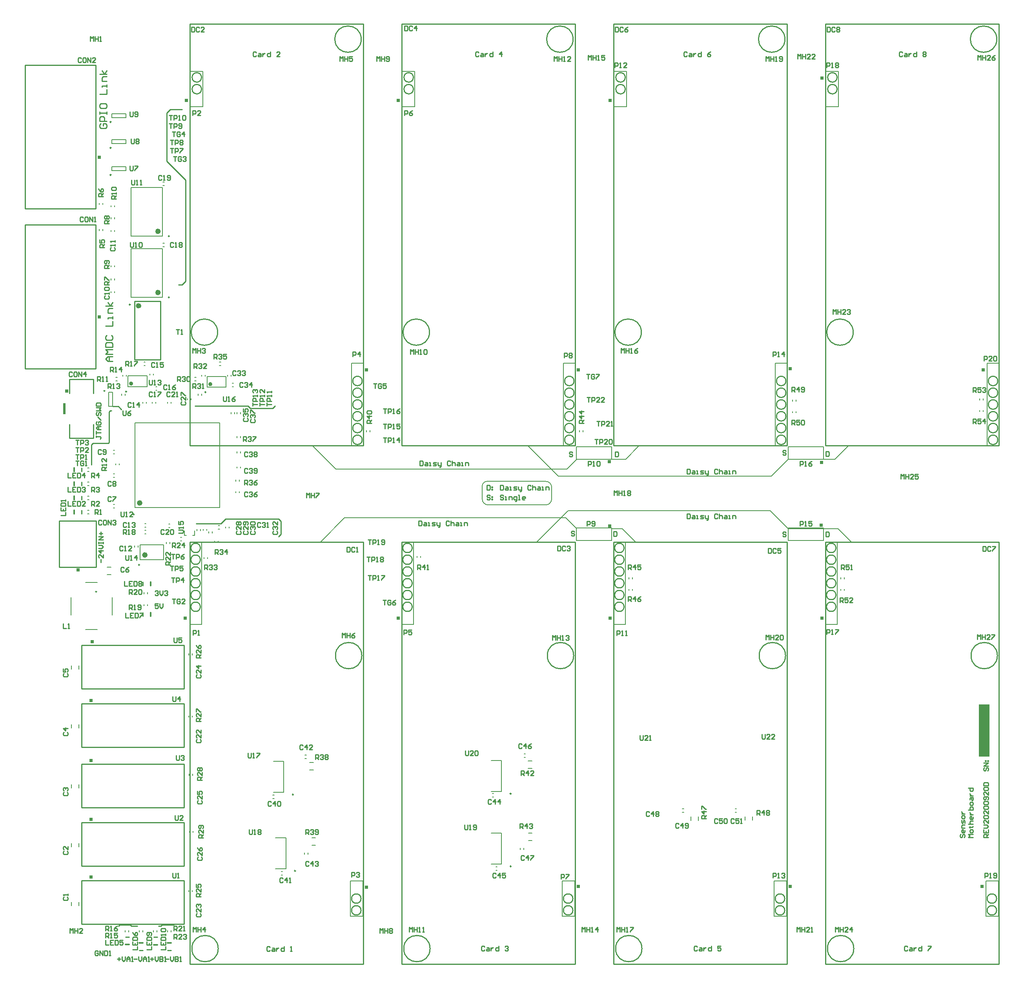
<source format=gto>
G04*
G04 #@! TF.GenerationSoftware,Altium Limited,Altium Designer,20.0.14 (345)*
G04*
G04 Layer_Color=65535*
%FSLAX25Y25*%
%MOIN*%
G70*
G01*
G75*
%ADD10C,0.01000*%
%ADD11C,0.02362*%
%ADD12C,0.00984*%
%ADD13C,0.00800*%
%ADD14C,0.01800*%
%ADD15C,0.00787*%
%ADD16C,0.01200*%
%ADD17R,0.03000X0.03000*%
%ADD18R,0.01968X0.09449*%
G36*
X777000Y163000D02*
X768062D01*
Y207352D01*
X777000D01*
Y163000D01*
D02*
G37*
D10*
X661180Y523800D02*
G03*
X661180Y523800I-11180J0D01*
G01*
X647500Y730300D02*
G03*
X647500Y730300I-4000J0D01*
G01*
Y740300D02*
G03*
X647500Y740300I-4000J0D01*
G01*
X783180Y772800D02*
G03*
X783180Y772800I-11180J0D01*
G01*
X784000Y432300D02*
G03*
X784000Y432300I-4000J0D01*
G01*
Y442300D02*
G03*
X784000Y442300I-4000J0D01*
G01*
Y452300D02*
G03*
X784000Y452300I-4000J0D01*
G01*
Y462300D02*
G03*
X784000Y462300I-4000J0D01*
G01*
Y472300D02*
G03*
X784000Y472300I-4000J0D01*
G01*
Y482300D02*
G03*
X784000Y482300I-4000J0D01*
G01*
X604000D02*
G03*
X604000Y482300I-4000J0D01*
G01*
Y472300D02*
G03*
X604000Y472300I-4000J0D01*
G01*
Y462300D02*
G03*
X604000Y462300I-4000J0D01*
G01*
Y452300D02*
G03*
X604000Y452300I-4000J0D01*
G01*
Y442300D02*
G03*
X604000Y442300I-4000J0D01*
G01*
Y432300D02*
G03*
X604000Y432300I-4000J0D01*
G01*
X603180Y772800D02*
G03*
X603180Y772800I-11180J0D01*
G01*
X467500Y740300D02*
G03*
X467500Y740300I-4000J0D01*
G01*
Y730300D02*
G03*
X467500Y730300I-4000J0D01*
G01*
X481180Y523800D02*
G03*
X481180Y523800I-11180J0D01*
G01*
X301180D02*
G03*
X301180Y523800I-11180J0D01*
G01*
X287500Y730300D02*
G03*
X287500Y730300I-4000J0D01*
G01*
Y740300D02*
G03*
X287500Y740300I-4000J0D01*
G01*
X423180Y772800D02*
G03*
X423180Y772800I-11180J0D01*
G01*
X424000Y432300D02*
G03*
X424000Y432300I-4000J0D01*
G01*
Y442300D02*
G03*
X424000Y442300I-4000J0D01*
G01*
Y452300D02*
G03*
X424000Y452300I-4000J0D01*
G01*
Y462300D02*
G03*
X424000Y462300I-4000J0D01*
G01*
Y472300D02*
G03*
X424000Y472300I-4000J0D01*
G01*
Y482300D02*
G03*
X424000Y482300I-4000J0D01*
G01*
X244000D02*
G03*
X244000Y482300I-4000J0D01*
G01*
Y472300D02*
G03*
X244000Y472300I-4000J0D01*
G01*
Y462300D02*
G03*
X244000Y462300I-4000J0D01*
G01*
Y452300D02*
G03*
X244000Y452300I-4000J0D01*
G01*
Y442300D02*
G03*
X244000Y442300I-4000J0D01*
G01*
Y432300D02*
G03*
X244000Y432300I-4000J0D01*
G01*
X243180Y772800D02*
G03*
X243180Y772800I-11180J0D01*
G01*
X107500Y740300D02*
G03*
X107500Y740300I-4000J0D01*
G01*
Y730300D02*
G03*
X107500Y730300I-4000J0D01*
G01*
X121180Y523800D02*
G03*
X121180Y523800I-11180J0D01*
G01*
X243681Y248916D02*
G03*
X243681Y248916I-11180J0D01*
G01*
X243000Y42415D02*
G03*
X243000Y42415I-4000J0D01*
G01*
Y32416D02*
G03*
X243000Y32416I-4000J0D01*
G01*
X121681Y-84D02*
G03*
X121681Y-84I-11180J0D01*
G01*
X106500Y340415D02*
G03*
X106500Y340415I-4000J0D01*
G01*
Y330415D02*
G03*
X106500Y330415I-4000J0D01*
G01*
Y320415D02*
G03*
X106500Y320415I-4000J0D01*
G01*
Y310415D02*
G03*
X106500Y310415I-4000J0D01*
G01*
Y300415D02*
G03*
X106500Y300415I-4000J0D01*
G01*
Y290415D02*
G03*
X106500Y290415I-4000J0D01*
G01*
X286500Y290415D02*
G03*
X286500Y290415I-4000J0D01*
G01*
Y300415D02*
G03*
X286500Y300415I-4000J0D01*
G01*
Y310415D02*
G03*
X286500Y310415I-4000J0D01*
G01*
Y320415D02*
G03*
X286500Y320415I-4000J0D01*
G01*
Y330415D02*
G03*
X286500Y330415I-4000J0D01*
G01*
Y340415D02*
G03*
X286500Y340415I-4000J0D01*
G01*
X301681Y-84D02*
G03*
X301681Y-84I-11180J0D01*
G01*
X423000Y32416D02*
G03*
X423000Y32416I-4000J0D01*
G01*
Y42415D02*
G03*
X423000Y42415I-4000J0D01*
G01*
X423681Y248916D02*
G03*
X423681Y248916I-11180J0D01*
G01*
X603681D02*
G03*
X603681Y248916I-11180J0D01*
G01*
X603000Y42415D02*
G03*
X603000Y42415I-4000J0D01*
G01*
Y32416D02*
G03*
X603000Y32416I-4000J0D01*
G01*
X481681Y-84D02*
G03*
X481681Y-84I-11180J0D01*
G01*
X466500Y340415D02*
G03*
X466500Y340415I-4000J0D01*
G01*
Y330415D02*
G03*
X466500Y330415I-4000J0D01*
G01*
Y320415D02*
G03*
X466500Y320415I-4000J0D01*
G01*
Y310415D02*
G03*
X466500Y310415I-4000J0D01*
G01*
Y300415D02*
G03*
X466500Y300415I-4000J0D01*
G01*
Y290415D02*
G03*
X466500Y290415I-4000J0D01*
G01*
X646500D02*
G03*
X646500Y290415I-4000J0D01*
G01*
Y300415D02*
G03*
X646500Y300415I-4000J0D01*
G01*
Y310415D02*
G03*
X646500Y310415I-4000J0D01*
G01*
Y320415D02*
G03*
X646500Y320415I-4000J0D01*
G01*
Y330415D02*
G03*
X646500Y330415I-4000J0D01*
G01*
Y340415D02*
G03*
X646500Y340415I-4000J0D01*
G01*
X661681Y-84D02*
G03*
X661681Y-84I-11180J0D01*
G01*
X783000Y32416D02*
G03*
X783000Y32416I-4000J0D01*
G01*
Y42415D02*
G03*
X783000Y42415I-4000J0D01*
G01*
X783681Y248916D02*
G03*
X783681Y248916I-11180J0D01*
G01*
X36879Y460698D02*
X39401Y458175D01*
X32063Y460698D02*
X36879D01*
X30092Y457026D02*
X30919D01*
X29000Y455934D02*
X30092Y457026D01*
X775000Y427300D02*
X785000D01*
Y497300D01*
X785000Y427300D02*
Y785800D01*
X637500Y427300D02*
X785000D01*
X637500D02*
Y785800D01*
X785000D01*
X457500D02*
X605000D01*
X457500Y427300D02*
Y785800D01*
Y427300D02*
X605000D01*
Y785800D01*
X605000Y427300D02*
Y497300D01*
X595000Y427300D02*
X605000D01*
X415000D02*
X425000D01*
Y497300D01*
X425000Y427300D02*
Y785800D01*
X277500Y427300D02*
X425000D01*
X277500D02*
Y785800D01*
X425000D01*
X97500D02*
X245000D01*
X97500Y427300D02*
Y785800D01*
Y427300D02*
X245000D01*
Y785800D01*
X245000Y427300D02*
Y497300D01*
X235000Y427300D02*
X245000D01*
X97500Y345415D02*
X107500D01*
X97500Y275415D02*
Y345415D01*
X97500Y-13084D02*
Y345415D01*
X245000D01*
Y-13084D02*
Y345415D01*
X97500Y-13084D02*
X245000D01*
X277500Y-13084D02*
X425000D01*
Y345415D01*
X277500D02*
X425000D01*
X277500Y-13084D02*
Y345415D01*
X277500Y275415D02*
Y345415D01*
X287500D01*
X457500D02*
X467500D01*
X457500Y275415D02*
Y345415D01*
X457500Y-13084D02*
Y345415D01*
X605000D01*
Y-13084D02*
Y345415D01*
X457500Y-13084D02*
X605000D01*
X637500D02*
X785000D01*
Y345415D01*
X637500D02*
X785000D01*
X637500Y-13084D02*
Y345415D01*
X637500Y275415D02*
Y345415D01*
X647500D01*
X5500Y156823D02*
X92500D01*
Y119894D02*
Y156823D01*
X5500Y119894D02*
Y156823D01*
Y119894D02*
X92500D01*
X5500Y70084D02*
X92500D01*
X5500D02*
Y107013D01*
X92500Y70084D02*
Y107013D01*
X5500D02*
X92500D01*
X5500Y207992D02*
X92500D01*
Y171063D02*
Y207992D01*
X5500Y171063D02*
Y207992D01*
Y171063D02*
X92500D01*
X5500Y20863D02*
X92500D01*
X5500D02*
Y57792D01*
X92500Y20863D02*
Y57792D01*
X5500D02*
X92500D01*
X5500Y257792D02*
X92500D01*
Y220863D02*
Y257792D01*
X5500Y220863D02*
Y257792D01*
Y220863D02*
X92500D01*
X17748Y492898D02*
Y614946D01*
X-42488D02*
X17748D01*
X-42488Y492898D02*
Y614946D01*
Y492898D02*
X17748D01*
X-42488Y628706D02*
X17748D01*
X-42488D02*
Y750753D01*
X17748D01*
Y628706D02*
Y750753D01*
X-13457Y323957D02*
Y331832D01*
Y323957D02*
X18039D01*
Y331832D01*
X-13457Y355453D02*
Y363328D01*
X18039D01*
Y353485D02*
Y363328D01*
Y331832D02*
Y355453D01*
Y343642D02*
Y355453D01*
X-13457Y331832D02*
Y355453D01*
Y343642D02*
Y355453D01*
X173000Y350000D02*
X175000Y352000D01*
Y363000D01*
X173000Y365000D02*
X175000Y363000D01*
X169000Y365000D02*
X173000D01*
X50500Y550229D02*
X72500D01*
X50500Y500428D02*
X72500D01*
Y550229D01*
X50500Y500428D02*
Y550229D01*
X74000Y20000D02*
X84000D01*
X73000Y19000D02*
X74000Y20000D01*
X71000Y19000D02*
X73000D01*
X37000D02*
X38000Y20000D01*
X47000D01*
X48000Y19000D01*
X53000D01*
X78791Y-1700D02*
X80291D01*
X81791D01*
X66917Y9663D02*
X68417D01*
X69917D01*
X54791Y-1700D02*
X56291D01*
X57791D01*
X42918Y9784D02*
X44418D01*
X45918D01*
X140000Y365000D02*
X169000D01*
X128000D02*
X140000D01*
X124000Y361000D02*
X128000Y365000D01*
X103000Y361000D02*
X124000D01*
X57791Y283800D02*
Y285300D01*
Y282300D02*
Y283800D01*
Y308300D02*
Y309800D01*
Y311300D01*
X168000Y459000D02*
X170000Y461000D01*
X164000Y459000D02*
X168000D01*
X149000D02*
X164000D01*
X147000Y461000D02*
X149000Y459000D01*
X102000Y461000D02*
X147000D01*
X29000Y430127D02*
Y455934D01*
X28250Y429377D02*
X29000Y430127D01*
X15377Y429377D02*
X28250D01*
X14000Y428000D02*
X15377Y429377D01*
X14000Y411000D02*
Y428000D01*
X5791Y405300D02*
Y406800D01*
Y408300D01*
Y393300D02*
Y394800D01*
Y396300D01*
Y382800D02*
Y384300D01*
Y381300D02*
Y382800D01*
Y370800D02*
Y372300D01*
Y369300D02*
Y370800D01*
X81000Y713000D02*
X91000D01*
X78000Y710000D02*
X81000Y713000D01*
X78000Y687000D02*
Y710000D01*
X88000Y564000D02*
X91000D01*
X94000Y567000D01*
Y621000D01*
X78000Y669000D02*
Y687000D01*
Y669000D02*
X94000Y653000D01*
Y621000D02*
Y653000D01*
X-4593Y483702D02*
X15486D01*
X-4593Y433702D02*
X15486D01*
Y445513D01*
X-4593Y433702D02*
Y445513D01*
Y471890D02*
Y483702D01*
X15486Y471890D02*
Y483702D01*
X165661Y958D02*
X164995Y1624D01*
X163662D01*
X162996Y958D01*
Y-1708D01*
X163662Y-2374D01*
X164995D01*
X165661Y-1708D01*
X167661Y291D02*
X168994D01*
X169660Y-375D01*
Y-2374D01*
X167661D01*
X166994Y-1708D01*
X167661Y-1041D01*
X169660D01*
X170993Y291D02*
Y-2374D01*
Y-1041D01*
X171659Y-375D01*
X172326Y291D01*
X172992D01*
X177657Y1624D02*
Y-2374D01*
X175658D01*
X174992Y-1708D01*
Y-375D01*
X175658Y291D01*
X177657D01*
X182989Y-2374D02*
X184322D01*
X183656D01*
Y1624D01*
X182989Y958D01*
X153836Y761332D02*
X153170Y761999D01*
X151837D01*
X151170Y761332D01*
Y758666D01*
X151837Y758000D01*
X153170D01*
X153836Y758666D01*
X155835Y760666D02*
X157168D01*
X157835Y759999D01*
Y758000D01*
X155835D01*
X155169Y758666D01*
X155835Y759333D01*
X157835D01*
X159168Y760666D02*
Y758000D01*
Y759333D01*
X159834Y759999D01*
X160501Y760666D01*
X161167D01*
X165832Y761999D02*
Y758000D01*
X163833D01*
X163166Y758666D01*
Y759999D01*
X163833Y760666D01*
X165832D01*
X173830Y758000D02*
X171164D01*
X173830Y760666D01*
Y761332D01*
X173163Y761999D01*
X171830D01*
X171164Y761332D01*
X520004D02*
X519337Y761999D01*
X518004D01*
X517338Y761332D01*
Y758666D01*
X518004Y758000D01*
X519337D01*
X520004Y758666D01*
X522003Y760666D02*
X523336D01*
X524002Y759999D01*
Y758000D01*
X522003D01*
X521337Y758666D01*
X522003Y759333D01*
X524002D01*
X525335Y760666D02*
Y758000D01*
Y759333D01*
X526002Y759999D01*
X526668Y760666D01*
X527335D01*
X532000Y761999D02*
Y758000D01*
X530000D01*
X529334Y758666D01*
Y759999D01*
X530000Y760666D01*
X532000D01*
X539997Y761999D02*
X538664Y761332D01*
X537331Y759999D01*
Y758666D01*
X537998Y758000D01*
X539331D01*
X539997Y758666D01*
Y759333D01*
X539331Y759999D01*
X537331D01*
X350000Y393863D02*
Y389864D01*
X351999D01*
X352666Y390531D01*
Y393197D01*
X351999Y393863D01*
X350000D01*
X353999Y392530D02*
X354665D01*
Y391864D01*
X353999D01*
Y392530D01*
Y390531D02*
X354665D01*
Y389864D01*
X353999D01*
Y390531D01*
X361330Y393863D02*
Y389864D01*
X363329D01*
X363996Y390531D01*
Y393197D01*
X363329Y393863D01*
X361330D01*
X365995Y392530D02*
X367328D01*
X367994Y391864D01*
Y389864D01*
X365995D01*
X365328Y390531D01*
X365995Y391197D01*
X367994D01*
X369327Y389864D02*
X370660D01*
X369994D01*
Y392530D01*
X369327D01*
X372659Y389864D02*
X374659D01*
X375325Y390531D01*
X374659Y391197D01*
X373326D01*
X372659Y391864D01*
X373326Y392530D01*
X375325D01*
X376658D02*
Y390531D01*
X377325Y389864D01*
X379324D01*
Y389198D01*
X378657Y388531D01*
X377991D01*
X379324Y389864D02*
Y392530D01*
X387321Y393197D02*
X386655Y393863D01*
X385322D01*
X384655Y393197D01*
Y390531D01*
X385322Y389864D01*
X386655D01*
X387321Y390531D01*
X388654Y393863D02*
Y389864D01*
Y391864D01*
X389321Y392530D01*
X390653D01*
X391320Y391864D01*
Y389864D01*
X393319Y392530D02*
X394652D01*
X395319Y391864D01*
Y389864D01*
X393319D01*
X392653Y390531D01*
X393319Y391197D01*
X395319D01*
X396652Y389864D02*
X397985D01*
X397318D01*
Y392530D01*
X396652D01*
X399984Y389864D02*
Y392530D01*
X401983D01*
X402650Y391864D01*
Y389864D01*
X352666Y384665D02*
X351999Y385332D01*
X350666D01*
X350000Y384665D01*
Y383999D01*
X350666Y383332D01*
X351999D01*
X352666Y382666D01*
Y381999D01*
X351999Y381333D01*
X350666D01*
X350000Y381999D01*
X353999Y383999D02*
X354665D01*
Y383332D01*
X353999D01*
Y383999D01*
Y381999D02*
X354665D01*
Y381333D01*
X353999D01*
Y381999D01*
X363996Y384665D02*
X363329Y385332D01*
X361996D01*
X361330Y384665D01*
Y383999D01*
X361996Y383332D01*
X363329D01*
X363996Y382666D01*
Y381999D01*
X363329Y381333D01*
X361996D01*
X361330Y381999D01*
X365328Y381333D02*
X366661D01*
X365995D01*
Y383999D01*
X365328D01*
X368661Y381333D02*
Y383999D01*
X370660D01*
X371326Y383332D01*
Y381333D01*
X373992Y380000D02*
X374659D01*
X375325Y380666D01*
Y383999D01*
X373326D01*
X372659Y383332D01*
Y381999D01*
X373326Y381333D01*
X375325D01*
X376658D02*
X377991D01*
X377325D01*
Y385332D01*
X376658D01*
X381990Y381333D02*
X380657D01*
X379990Y381999D01*
Y383332D01*
X380657Y383999D01*
X381990D01*
X382656Y383332D01*
Y382666D01*
X379990D01*
X520000Y369332D02*
Y365333D01*
X521999D01*
X522666Y365999D01*
Y368665D01*
X521999Y369332D01*
X520000D01*
X524665Y367999D02*
X525998D01*
X526664Y367332D01*
Y365333D01*
X524665D01*
X523999Y365999D01*
X524665Y366666D01*
X526664D01*
X527997Y365333D02*
X529330D01*
X528664D01*
Y367999D01*
X527997D01*
X531330Y365333D02*
X533329D01*
X533995Y365999D01*
X533329Y366666D01*
X531996D01*
X531330Y367332D01*
X531996Y367999D01*
X533995D01*
X535328D02*
Y365999D01*
X535995Y365333D01*
X537994D01*
Y364666D01*
X537328Y364000D01*
X536661D01*
X537994Y365333D02*
Y367999D01*
X545992Y368665D02*
X545325Y369332D01*
X543992D01*
X543326Y368665D01*
Y365999D01*
X543992Y365333D01*
X545325D01*
X545992Y365999D01*
X547325Y369332D02*
Y365333D01*
Y367332D01*
X547991Y367999D01*
X549324D01*
X549990Y367332D01*
Y365333D01*
X551990Y367999D02*
X553323D01*
X553989Y367332D01*
Y365333D01*
X551990D01*
X551323Y365999D01*
X551990Y366666D01*
X553989D01*
X555322Y365333D02*
X556655D01*
X555988D01*
Y367999D01*
X555322D01*
X558654Y365333D02*
Y367999D01*
X560653D01*
X561320Y367332D01*
Y365333D01*
X292000Y363332D02*
Y359333D01*
X293999D01*
X294666Y359999D01*
Y362665D01*
X293999Y363332D01*
X292000D01*
X296665Y361999D02*
X297998D01*
X298664Y361332D01*
Y359333D01*
X296665D01*
X295999Y359999D01*
X296665Y360666D01*
X298664D01*
X299997Y359333D02*
X301330D01*
X300664D01*
Y361999D01*
X299997D01*
X303330Y359333D02*
X305329D01*
X305995Y359999D01*
X305329Y360666D01*
X303996D01*
X303330Y361332D01*
X303996Y361999D01*
X305995D01*
X307328D02*
Y359999D01*
X307995Y359333D01*
X309994D01*
Y358666D01*
X309328Y358000D01*
X308661D01*
X309994Y359333D02*
Y361999D01*
X317992Y362665D02*
X317325Y363332D01*
X315992D01*
X315326Y362665D01*
Y359999D01*
X315992Y359333D01*
X317325D01*
X317992Y359999D01*
X319324Y363332D02*
Y359333D01*
Y361332D01*
X319991Y361999D01*
X321324D01*
X321990Y361332D01*
Y359333D01*
X323990Y361999D02*
X325323D01*
X325989Y361332D01*
Y359333D01*
X323990D01*
X323323Y359999D01*
X323990Y360666D01*
X325989D01*
X327322Y359333D02*
X328655D01*
X327988D01*
Y361999D01*
X327322D01*
X330654Y359333D02*
Y361999D01*
X332653D01*
X333320Y361332D01*
Y359333D01*
X528555Y1321D02*
X527888Y1987D01*
X526556D01*
X525889Y1321D01*
Y-1345D01*
X526556Y-2012D01*
X527888D01*
X528555Y-1345D01*
X530554Y654D02*
X531887D01*
X532554Y-12D01*
Y-2012D01*
X530554D01*
X529888Y-1345D01*
X530554Y-679D01*
X532554D01*
X533887Y654D02*
Y-2012D01*
Y-679D01*
X534553Y-12D01*
X535219Y654D01*
X535886D01*
X540551Y1987D02*
Y-2012D01*
X538552D01*
X537885Y-1345D01*
Y-12D01*
X538552Y654D01*
X540551D01*
X548549Y1987D02*
X545883D01*
Y-12D01*
X547216Y654D01*
X547882D01*
X548549Y-12D01*
Y-1345D01*
X547882Y-2012D01*
X546549D01*
X545883Y-1345D01*
X707268Y1499D02*
X706602Y2166D01*
X705269D01*
X704603Y1499D01*
Y-1166D01*
X705269Y-1833D01*
X706602D01*
X707268Y-1166D01*
X709268Y833D02*
X710601D01*
X711267Y166D01*
Y-1833D01*
X709268D01*
X708601Y-1166D01*
X709268Y-500D01*
X711267D01*
X712600Y833D02*
Y-1833D01*
Y-500D01*
X713267Y166D01*
X713933Y833D01*
X714600D01*
X719265Y2166D02*
Y-1833D01*
X717265D01*
X716599Y-1166D01*
Y166D01*
X717265Y833D01*
X719265D01*
X724596Y2166D02*
X727262D01*
Y1499D01*
X724596Y-1166D01*
Y-1833D01*
X752469Y96966D02*
X751803Y96299D01*
Y94966D01*
X752469Y94300D01*
X753136D01*
X753802Y94966D01*
Y96299D01*
X754469Y96966D01*
X755135D01*
X755802Y96299D01*
Y94966D01*
X755135Y94300D01*
X755802Y100298D02*
Y98965D01*
X755135Y98299D01*
X753802D01*
X753136Y98965D01*
Y100298D01*
X753802Y100964D01*
X754469D01*
Y98299D01*
X755802Y102297D02*
X753136D01*
Y104297D01*
X753802Y104963D01*
X755802D01*
Y106296D02*
Y108296D01*
X755135Y108962D01*
X754469Y108296D01*
Y106963D01*
X753802Y106296D01*
X753136Y106963D01*
Y108962D01*
X755802Y110961D02*
Y112294D01*
X755135Y112961D01*
X753802D01*
X753136Y112294D01*
Y110961D01*
X753802Y110295D01*
X755135D01*
X755802Y110961D01*
X753136Y114294D02*
X755802D01*
X754469D01*
X753802Y114960D01*
X753136Y115626D01*
Y116293D01*
X763000Y94300D02*
X759001D01*
X760334Y95633D01*
X759001Y96966D01*
X763000D01*
Y98965D02*
Y100298D01*
X762334Y100964D01*
X761001D01*
X760334Y100298D01*
Y98965D01*
X761001Y98299D01*
X762334D01*
X763000Y98965D01*
X759668Y102964D02*
X760334D01*
Y102297D01*
Y103630D01*
Y102964D01*
X762334D01*
X763000Y103630D01*
X759001Y105630D02*
X763000D01*
X761001D01*
X760334Y106296D01*
Y107629D01*
X761001Y108296D01*
X763000D01*
Y111628D02*
Y110295D01*
X762334Y109628D01*
X761001D01*
X760334Y110295D01*
Y111628D01*
X761001Y112294D01*
X761667D01*
Y109628D01*
X760334Y113627D02*
X763000D01*
X761667D01*
X761001Y114294D01*
X760334Y114960D01*
Y115626D01*
X759001Y117626D02*
X763000D01*
Y119625D01*
X762334Y120292D01*
X761667D01*
X761001D01*
X760334Y119625D01*
Y117626D01*
X763000Y122291D02*
Y123624D01*
X762334Y124290D01*
X761001D01*
X760334Y123624D01*
Y122291D01*
X761001Y121625D01*
X762334D01*
X763000Y122291D01*
X760334Y126290D02*
Y127623D01*
X761001Y128289D01*
X763000D01*
Y126290D01*
X762334Y125623D01*
X761667Y126290D01*
Y128289D01*
X760334Y129622D02*
X763000D01*
X761667D01*
X761001Y130288D01*
X760334Y130955D01*
Y131621D01*
X759001Y136286D02*
X763000D01*
Y134287D01*
X762334Y133621D01*
X761001D01*
X760334Y134287D01*
Y136286D01*
X348004Y1494D02*
X347337Y2160D01*
X346004D01*
X345338Y1494D01*
Y-1172D01*
X346004Y-1838D01*
X347337D01*
X348004Y-1172D01*
X350003Y828D02*
X351336D01*
X352002Y161D01*
Y-1838D01*
X350003D01*
X349337Y-1172D01*
X350003Y-505D01*
X352002D01*
X353335Y828D02*
Y-1838D01*
Y-505D01*
X354002Y161D01*
X354668Y828D01*
X355335D01*
X360000Y2160D02*
Y-1838D01*
X358000D01*
X357334Y-1172D01*
Y161D01*
X358000Y828D01*
X360000D01*
X365332Y1494D02*
X365998Y2160D01*
X367331D01*
X367997Y1494D01*
Y828D01*
X367331Y161D01*
X366664D01*
X367331D01*
X367997Y-505D01*
Y-1172D01*
X367331Y-1838D01*
X365998D01*
X365332Y-1172D01*
X776000Y94300D02*
X772001D01*
Y96299D01*
X772668Y96966D01*
X774001D01*
X774667Y96299D01*
Y94300D01*
Y95633D02*
X776000Y96966D01*
X772001Y100964D02*
Y98299D01*
X776000D01*
Y100964D01*
X774001Y98299D02*
Y99632D01*
X772001Y102297D02*
X774667D01*
X776000Y103630D01*
X774667Y104963D01*
X772001D01*
X776000Y108962D02*
Y106296D01*
X773334Y108962D01*
X772668D01*
X772001Y108296D01*
Y106963D01*
X772668Y106296D01*
Y110295D02*
X772001Y110961D01*
Y112294D01*
X772668Y112961D01*
X775333D01*
X776000Y112294D01*
Y110961D01*
X775333Y110295D01*
X772668D01*
X776000Y116959D02*
Y114294D01*
X773334Y116959D01*
X772668D01*
X772001Y116293D01*
Y114960D01*
X772668Y114294D01*
Y118292D02*
X772001Y118959D01*
Y120292D01*
X772668Y120958D01*
X775333D01*
X776000Y120292D01*
Y118959D01*
X775333Y118292D01*
X772668D01*
Y122291D02*
X772001Y122957D01*
Y124290D01*
X772668Y124957D01*
X775333D01*
X776000Y124290D01*
Y122957D01*
X775333Y122291D01*
X772668D01*
X775333Y126290D02*
X776000Y126956D01*
Y128289D01*
X775333Y128955D01*
X772668D01*
X772001Y128289D01*
Y126956D01*
X772668Y126290D01*
X773334D01*
X774001Y126956D01*
Y128955D01*
X776000Y132954D02*
Y130288D01*
X773334Y132954D01*
X772668D01*
X772001Y132288D01*
Y130955D01*
X772668Y130288D01*
Y134287D02*
X772001Y134953D01*
Y136286D01*
X772668Y136953D01*
X775333D01*
X776000Y136286D01*
Y134953D01*
X775333Y134287D01*
X772668D01*
X772001Y138286D02*
X776000D01*
Y140285D01*
X775333Y140952D01*
X772668D01*
X772001Y140285D01*
Y138286D01*
X342836Y761332D02*
X342170Y761999D01*
X340837D01*
X340170Y761332D01*
Y758666D01*
X340837Y758000D01*
X342170D01*
X342836Y758666D01*
X344835Y760666D02*
X346168D01*
X346835Y759999D01*
Y758000D01*
X344835D01*
X344169Y758666D01*
X344835Y759333D01*
X346835D01*
X348168Y760666D02*
Y758000D01*
Y759333D01*
X348834Y759999D01*
X349501Y760666D01*
X350167D01*
X354832Y761999D02*
Y758000D01*
X352833D01*
X352167Y758666D01*
Y759999D01*
X352833Y760666D01*
X354832D01*
X362163Y758000D02*
Y761999D01*
X360164Y759999D01*
X362830D01*
X772668Y153666D02*
X772001Y152999D01*
Y151666D01*
X772668Y151000D01*
X773334D01*
X774001Y151666D01*
Y152999D01*
X774667Y153666D01*
X775334D01*
X776000Y152999D01*
Y151666D01*
X775334Y151000D01*
X776000Y154999D02*
X772001D01*
X776000Y157665D01*
X772001D01*
X773334Y158997D02*
Y159664D01*
X774001D01*
Y158997D01*
X773334D01*
X775334D02*
Y159664D01*
X776000D01*
Y158997D01*
X775334D01*
X520000Y407332D02*
Y403333D01*
X521999D01*
X522666Y403999D01*
Y406665D01*
X521999Y407332D01*
X520000D01*
X524665Y405999D02*
X525998D01*
X526664Y405332D01*
Y403333D01*
X524665D01*
X523999Y403999D01*
X524665Y404666D01*
X526664D01*
X527997Y403333D02*
X529330D01*
X528664D01*
Y405999D01*
X527997D01*
X531330Y403333D02*
X533329D01*
X533995Y403999D01*
X533329Y404666D01*
X531996D01*
X531330Y405332D01*
X531996Y405999D01*
X533995D01*
X535328D02*
Y403999D01*
X535995Y403333D01*
X537994D01*
Y402666D01*
X537328Y402000D01*
X536661D01*
X537994Y403333D02*
Y405999D01*
X545992Y406665D02*
X545325Y407332D01*
X543992D01*
X543326Y406665D01*
Y403999D01*
X543992Y403333D01*
X545325D01*
X545992Y403999D01*
X547325Y407332D02*
Y403333D01*
Y405332D01*
X547991Y405999D01*
X549324D01*
X549990Y405332D01*
Y403333D01*
X551990Y405999D02*
X553323D01*
X553989Y405332D01*
Y403333D01*
X551990D01*
X551323Y403999D01*
X551990Y404666D01*
X553989D01*
X555322Y403333D02*
X556655D01*
X555988D01*
Y405999D01*
X555322D01*
X558654Y403333D02*
Y405999D01*
X560653D01*
X561320Y405332D01*
Y403333D01*
X702836Y761332D02*
X702170Y761999D01*
X700837D01*
X700170Y761332D01*
Y758666D01*
X700837Y758000D01*
X702170D01*
X702836Y758666D01*
X704836Y760666D02*
X706168D01*
X706835Y759999D01*
Y758000D01*
X704836D01*
X704169Y758666D01*
X704836Y759333D01*
X706835D01*
X708168Y760666D02*
Y758000D01*
Y759333D01*
X708834Y759999D01*
X709501Y760666D01*
X710167D01*
X714832Y761999D02*
Y758000D01*
X712833D01*
X712167Y758666D01*
Y759999D01*
X712833Y760666D01*
X714832D01*
X720164Y761332D02*
X720830Y761999D01*
X722163D01*
X722830Y761332D01*
Y760666D01*
X722163Y759999D01*
X722830Y759333D01*
Y758666D01*
X722163Y758000D01*
X720830D01*
X720164Y758666D01*
Y759333D01*
X720830Y759999D01*
X720164Y760666D01*
Y761332D01*
X720830Y759999D02*
X722163D01*
X292853Y414500D02*
Y410501D01*
X294852D01*
X295519Y411167D01*
Y413833D01*
X294852Y414500D01*
X292853D01*
X297518Y413167D02*
X298851D01*
X299517Y412500D01*
Y410501D01*
X297518D01*
X296852Y411167D01*
X297518Y411834D01*
X299517D01*
X300850Y410501D02*
X302183D01*
X301517D01*
Y413167D01*
X300850D01*
X304183Y410501D02*
X306182D01*
X306848Y411167D01*
X306182Y411834D01*
X304849D01*
X304183Y412500D01*
X304849Y413167D01*
X306848D01*
X308181D02*
Y411167D01*
X308848Y410501D01*
X310847D01*
Y409835D01*
X310181Y409168D01*
X309514D01*
X310847Y410501D02*
Y413167D01*
X318845Y413833D02*
X318178Y414500D01*
X316845D01*
X316179Y413833D01*
Y411167D01*
X316845Y410501D01*
X318178D01*
X318845Y411167D01*
X320177Y414500D02*
Y410501D01*
Y412500D01*
X320844Y413167D01*
X322177D01*
X322843Y412500D01*
Y410501D01*
X324843Y413167D02*
X326175D01*
X326842Y412500D01*
Y410501D01*
X324843D01*
X324176Y411167D01*
X324843Y411834D01*
X326842D01*
X328175Y410501D02*
X329508D01*
X328841D01*
Y413167D01*
X328175D01*
X331507Y410501D02*
Y413167D01*
X333506D01*
X334173Y412500D01*
Y410501D01*
X18001Y435666D02*
Y434333D01*
Y434999D01*
X21334D01*
X22000Y434333D01*
Y433666D01*
X21334Y433000D01*
X18001Y436999D02*
Y439665D01*
Y438332D01*
X22000D01*
Y440997D02*
X19334D01*
X18001Y442330D01*
X19334Y443663D01*
X22000D01*
X20001D01*
Y440997D01*
X18668Y447662D02*
X18001Y446995D01*
Y445663D01*
X18668Y444996D01*
X21334D01*
X22000Y445663D01*
Y446995D01*
X21334Y447662D01*
X20001D01*
Y446329D01*
X22000Y448995D02*
X19334Y451661D01*
X18668Y455659D02*
X18001Y454993D01*
Y453660D01*
X18668Y452993D01*
X19334D01*
X20001Y453660D01*
Y454993D01*
X20667Y455659D01*
X21334D01*
X22000Y454993D01*
Y453660D01*
X21334Y452993D01*
X18001Y456992D02*
X22000D01*
X20667Y458325D01*
X22000Y459658D01*
X18001D01*
Y460991D02*
X22000D01*
Y462990D01*
X21334Y463657D01*
X18668D01*
X18001Y462990D01*
Y460991D01*
X22002Y700999D02*
X21002Y699999D01*
Y698000D01*
X22002Y697000D01*
X26000D01*
X27000Y698000D01*
Y699999D01*
X26000Y700999D01*
X24001D01*
Y698999D01*
X27000Y702998D02*
X21002D01*
Y705997D01*
X22002Y706997D01*
X24001D01*
X25001Y705997D01*
Y702998D01*
X21002Y708996D02*
Y710995D01*
Y709996D01*
X27000D01*
Y708996D01*
Y710995D01*
X21002Y716994D02*
Y714994D01*
X22002Y713995D01*
X26000D01*
X27000Y714994D01*
Y716994D01*
X26000Y717993D01*
X22002D01*
X21002Y716994D01*
Y725991D02*
X27000D01*
Y729989D01*
Y731989D02*
Y733988D01*
Y732988D01*
X23001D01*
Y731989D01*
X27000Y736987D02*
X23001D01*
Y739986D01*
X24001Y740986D01*
X27000D01*
Y742985D02*
X21002D01*
X25001D02*
X23001Y745984D01*
X25001Y742985D02*
X27000Y745984D01*
X637862Y354112D02*
Y350114D01*
X639861D01*
X640527Y350780D01*
Y353446D01*
X639861Y354112D01*
X637862D01*
Y422520D02*
Y418522D01*
X639861D01*
X640527Y419188D01*
Y421854D01*
X639861Y422520D01*
X637862D01*
X604022Y353301D02*
X603356Y353967D01*
X602023D01*
X601356Y353301D01*
Y352634D01*
X602023Y351968D01*
X603356D01*
X604022Y351302D01*
Y350635D01*
X603356Y349969D01*
X602023D01*
X601356Y350635D01*
X604063Y422586D02*
X603397Y423253D01*
X602064D01*
X601398Y422586D01*
Y421920D01*
X602064Y421254D01*
X603397D01*
X604063Y420587D01*
Y419921D01*
X603397Y419254D01*
X602064D01*
X601398Y419921D01*
X424217Y354094D02*
X423550Y354761D01*
X422217D01*
X421551Y354094D01*
Y353428D01*
X422217Y352761D01*
X423550D01*
X424217Y352095D01*
Y351429D01*
X423550Y350762D01*
X422217D01*
X421551Y351429D01*
X457784Y354487D02*
Y350489D01*
X459784D01*
X460450Y351155D01*
Y353821D01*
X459784Y354487D01*
X457784D01*
X422666Y421332D02*
X421999Y421999D01*
X420666D01*
X420000Y421332D01*
Y420666D01*
X420666Y419999D01*
X421999D01*
X422666Y419333D01*
Y418666D01*
X421999Y418000D01*
X420666D01*
X420000Y418666D01*
X459000Y421999D02*
Y418000D01*
X460999D01*
X461666Y418666D01*
Y421332D01*
X460999Y421999D01*
X459000D01*
X22001Y328000D02*
Y330666D01*
X24000Y334665D02*
Y331999D01*
X21334Y334665D01*
X20668D01*
X20001Y333998D01*
Y332665D01*
X20668Y331999D01*
X24000Y337997D02*
X20001D01*
X22001Y335997D01*
Y338663D01*
X20001Y339996D02*
X22667D01*
X24000Y341329D01*
X22667Y342662D01*
X20001D01*
Y343995D02*
Y345328D01*
Y344661D01*
X24000D01*
Y343995D01*
Y345328D01*
Y347327D02*
X20001D01*
X24000Y349993D01*
X20001D01*
X22001Y351326D02*
Y353992D01*
X20668Y352659D02*
X23334D01*
X32000Y499000D02*
X28001D01*
X26002Y500999D01*
X28001Y502999D01*
X32000D01*
X29001D01*
Y499000D01*
X32000Y504998D02*
X26002D01*
X28001Y506997D01*
X26002Y508997D01*
X32000D01*
X26002Y510996D02*
X32000D01*
Y513995D01*
X31000Y514995D01*
X27002D01*
X26002Y513995D01*
Y510996D01*
X27002Y520993D02*
X26002Y519993D01*
Y517994D01*
X27002Y516994D01*
X31000D01*
X32000Y517994D01*
Y519993D01*
X31000Y520993D01*
X26002Y528990D02*
X32000D01*
Y532989D01*
Y534988D02*
Y536988D01*
Y535988D01*
X28001D01*
Y534988D01*
X32000Y539987D02*
X28001D01*
Y542986D01*
X29001Y543986D01*
X32000D01*
Y545985D02*
X26002D01*
X30001D02*
X28001Y548984D01*
X30001Y545985D02*
X32000Y548984D01*
X-4332Y13001D02*
Y16999D01*
X-2999Y15666D01*
X-1666Y16999D01*
Y13001D01*
X-333Y16999D02*
Y13001D01*
Y15000D01*
X2333D01*
Y16999D01*
Y13001D01*
X6332D02*
X3666D01*
X6332Y15666D01*
Y16333D01*
X5665Y16999D01*
X4332D01*
X3666Y16333D01*
X613336Y14001D02*
Y17999D01*
X614668Y16667D01*
X616001Y17999D01*
Y14001D01*
X617334Y17999D02*
Y14001D01*
Y16000D01*
X620000D01*
Y17999D01*
Y14001D01*
X623999D02*
X621333D01*
X623999Y16667D01*
Y17333D01*
X623332Y17999D01*
X621999D01*
X621333Y17333D01*
X625332Y14001D02*
X626664D01*
X625998D01*
Y17999D01*
X625332Y17333D01*
X430633Y14100D02*
Y18099D01*
X431966Y16766D01*
X433299Y18099D01*
Y14100D01*
X434632Y18099D02*
Y14100D01*
Y16099D01*
X437298D01*
Y18099D01*
Y14100D01*
X438631D02*
X439963D01*
X439297D01*
Y18099D01*
X438631Y17432D01*
X443962Y14100D02*
Y18099D01*
X441963Y16099D01*
X444629D01*
X458002Y385001D02*
Y388999D01*
X459335Y387666D01*
X460668Y388999D01*
Y385001D01*
X462001Y388999D02*
Y385001D01*
Y387000D01*
X464667D01*
Y388999D01*
Y385001D01*
X466000D02*
X467333D01*
X466666D01*
Y388999D01*
X466000Y388333D01*
X469332D02*
X469998Y388999D01*
X471331D01*
X471998Y388333D01*
Y387666D01*
X471331Y387000D01*
X471998Y386334D01*
Y385667D01*
X471331Y385001D01*
X469998D01*
X469332Y385667D01*
Y386334D01*
X469998Y387000D01*
X469332Y387666D01*
Y388333D01*
X469998Y387000D02*
X471331D01*
X196668Y383001D02*
Y386999D01*
X198001Y385666D01*
X199334Y386999D01*
Y383001D01*
X200667Y386999D02*
Y383001D01*
Y385000D01*
X203333D01*
Y386999D01*
Y383001D01*
X204666Y386999D02*
X207332D01*
Y386333D01*
X204666Y383667D01*
Y383001D01*
X701669Y399001D02*
Y402999D01*
X703002Y401666D01*
X704335Y402999D01*
Y399001D01*
X705668Y402999D02*
Y399001D01*
Y401000D01*
X708334D01*
Y402999D01*
Y399001D01*
X712332D02*
X709666D01*
X712332Y401666D01*
Y402333D01*
X711666Y402999D01*
X710333D01*
X709666Y402333D01*
X716331Y402999D02*
X713665D01*
Y401000D01*
X714998Y401666D01*
X715664D01*
X716331Y401000D01*
Y399667D01*
X715664Y399001D01*
X714332D01*
X713665Y399667D01*
X259117Y13001D02*
Y16999D01*
X260450Y15666D01*
X261783Y16999D01*
Y13001D01*
X263115Y16999D02*
Y13001D01*
Y15000D01*
X265781D01*
Y16999D01*
Y13001D01*
X267114Y16333D02*
X267781Y16999D01*
X269113D01*
X269780Y16333D01*
Y15666D01*
X269113Y15000D01*
X269780Y14333D01*
Y13667D01*
X269113Y13001D01*
X267781D01*
X267114Y13667D01*
Y14333D01*
X267781Y15000D01*
X267114Y15666D01*
Y16333D01*
X267781Y15000D02*
X269113D01*
X47668Y687999D02*
Y684667D01*
X48334Y684001D01*
X49667D01*
X50334Y684667D01*
Y687999D01*
X51666Y687333D02*
X52333Y687999D01*
X53666D01*
X54332Y687333D01*
Y686666D01*
X53666Y686000D01*
X54332Y685334D01*
Y684667D01*
X53666Y684001D01*
X52333D01*
X51666Y684667D01*
Y685334D01*
X52333Y686000D01*
X51666Y686666D01*
Y687333D01*
X52333Y686000D02*
X53666D01*
X46668Y664999D02*
Y661667D01*
X47334Y661001D01*
X48667D01*
X49334Y661667D01*
Y664999D01*
X50666D02*
X53332D01*
Y664333D01*
X50666Y661667D01*
Y661001D01*
X46668Y710999D02*
Y707667D01*
X47334Y707001D01*
X48667D01*
X49334Y707667D01*
Y710999D01*
X50666Y707667D02*
X51333Y707001D01*
X52666D01*
X53332Y707667D01*
Y710333D01*
X52666Y710999D01*
X51333D01*
X50666Y710333D01*
Y709666D01*
X51333Y709000D01*
X53332D01*
X40506Y457118D02*
Y453785D01*
X41173Y453119D01*
X42505D01*
X43172Y453785D01*
Y457118D01*
X47171D02*
X45838Y456451D01*
X44505Y455118D01*
Y453785D01*
X45171Y453119D01*
X46504D01*
X47171Y453785D01*
Y454452D01*
X46504Y455118D01*
X44505D01*
X82668Y296999D02*
X85334D01*
X84001D01*
Y293001D01*
X89333Y296333D02*
X88666Y296999D01*
X87334D01*
X86667Y296333D01*
Y293667D01*
X87334Y293001D01*
X88666D01*
X89333Y293667D01*
Y295000D01*
X88000D01*
X93332Y293001D02*
X90666D01*
X93332Y295666D01*
Y296333D01*
X92665Y296999D01*
X91332D01*
X90666Y296333D01*
X253668Y479999D02*
X256334D01*
X255001D01*
Y476001D01*
X260333Y479333D02*
X259666Y479999D01*
X258334D01*
X257667Y479333D01*
Y476667D01*
X258334Y476001D01*
X259666D01*
X260333Y476667D01*
Y478000D01*
X259000D01*
X264332Y479999D02*
X261666D01*
Y478000D01*
X262999Y478666D01*
X263665D01*
X264332Y478000D01*
Y476667D01*
X263665Y476001D01*
X262332D01*
X261666Y476667D01*
X82668Y693999D02*
X85334D01*
X84001D01*
Y690001D01*
X89333Y693333D02*
X88666Y693999D01*
X87334D01*
X86667Y693333D01*
Y690667D01*
X87334Y690001D01*
X88666D01*
X89333Y690667D01*
Y692000D01*
X88000D01*
X92665Y690001D02*
Y693999D01*
X90666Y692000D01*
X93332D01*
X83668Y672999D02*
X86334D01*
X85001D01*
Y669001D01*
X90333Y672333D02*
X89666Y672999D01*
X88334D01*
X87667Y672333D01*
Y669667D01*
X88334Y669001D01*
X89666D01*
X90333Y669667D01*
Y671000D01*
X89000D01*
X91666Y672333D02*
X92332Y672999D01*
X93665D01*
X94332Y672333D01*
Y671666D01*
X93665Y671000D01*
X92999D01*
X93665D01*
X94332Y670334D01*
Y669667D01*
X93665Y669001D01*
X92332D01*
X91666Y669667D01*
X434546Y488174D02*
X437212D01*
X435879D01*
Y484175D01*
X441211Y487508D02*
X440544Y488174D01*
X439211D01*
X438545Y487508D01*
Y484842D01*
X439211Y484175D01*
X440544D01*
X441211Y484842D01*
Y486175D01*
X439878D01*
X442544Y488174D02*
X445210D01*
Y487508D01*
X442544Y484842D01*
Y484175D01*
X261668Y295999D02*
X264334D01*
X263001D01*
Y292001D01*
X268333Y295333D02*
X267666Y295999D01*
X266334D01*
X265667Y295333D01*
Y292667D01*
X266334Y292001D01*
X267666D01*
X268333Y292667D01*
Y294000D01*
X267000D01*
X272332Y295999D02*
X270999Y295333D01*
X269666Y294000D01*
Y292667D01*
X270332Y292001D01*
X271665D01*
X272332Y292667D01*
Y293334D01*
X271665Y294000D01*
X269666D01*
X24999Y595668D02*
X21001D01*
Y597667D01*
X21667Y598334D01*
X23000D01*
X23666Y597667D01*
Y595668D01*
Y597001D02*
X24999Y598334D01*
X21001Y602332D02*
Y599667D01*
X23000D01*
X22333Y600999D01*
Y601666D01*
X23000Y602332D01*
X24333D01*
X24999Y601666D01*
Y600333D01*
X24333Y599667D01*
X-10000Y275999D02*
Y272000D01*
X-7334D01*
X-6001D02*
X-4668D01*
X-5335D01*
Y275999D01*
X-6001Y275332D01*
X5335Y756333D02*
X4668Y756999D01*
X3336D01*
X2669Y756333D01*
Y753667D01*
X3336Y753001D01*
X4668D01*
X5335Y753667D01*
X8667Y756999D02*
X7334D01*
X6668Y756333D01*
Y753667D01*
X7334Y753001D01*
X8667D01*
X9334Y753667D01*
Y756333D01*
X8667Y756999D01*
X10667Y753001D02*
Y756999D01*
X13332Y753001D01*
Y756999D01*
X17331Y753001D02*
X14665D01*
X17331Y755666D01*
Y756333D01*
X16665Y756999D01*
X15332D01*
X14665Y756333D01*
X-2334Y489332D02*
X-3001Y489999D01*
X-4334D01*
X-5000Y489332D01*
Y486666D01*
X-4334Y486000D01*
X-3001D01*
X-2334Y486666D01*
X998Y489999D02*
X-335D01*
X-1001Y489332D01*
Y486666D01*
X-335Y486000D01*
X998D01*
X1664Y486666D01*
Y489332D01*
X998Y489999D01*
X2997Y486000D02*
Y489999D01*
X5663Y486000D01*
Y489999D01*
X8996Y486000D02*
Y489999D01*
X6996Y487999D01*
X9662D01*
X464000Y506000D02*
Y509999D01*
X465333Y508666D01*
X466666Y509999D01*
Y506000D01*
X467999Y509999D02*
Y506000D01*
Y507999D01*
X470665D01*
Y509999D01*
Y506000D01*
X471997D02*
X473330D01*
X472664D01*
Y509999D01*
X471997Y509332D01*
X477995Y509999D02*
X476663Y509332D01*
X475330Y507999D01*
Y506666D01*
X475996Y506000D01*
X477329D01*
X477995Y506666D01*
Y507333D01*
X477329Y507999D01*
X475330D01*
X26000Y9000D02*
Y12999D01*
X27999D01*
X28666Y12332D01*
Y10999D01*
X27999Y10333D01*
X26000D01*
X27333D02*
X28666Y9000D01*
X29999D02*
X31332D01*
X30665D01*
Y12999D01*
X29999Y12332D01*
X35997Y12999D02*
X33331D01*
Y10999D01*
X34664Y11666D01*
X35330D01*
X35997Y10999D01*
Y9667D01*
X35330Y9000D01*
X33997D01*
X33331Y9667D01*
X26000Y15000D02*
Y18999D01*
X27999D01*
X28666Y18332D01*
Y16999D01*
X27999Y16333D01*
X26000D01*
X27333D02*
X28666Y15000D01*
X29999D02*
X31332D01*
X30665D01*
Y18999D01*
X29999Y18332D01*
X35997Y18999D02*
X34664Y18332D01*
X33331Y16999D01*
Y15666D01*
X33997Y15000D01*
X35330D01*
X35997Y15666D01*
Y16333D01*
X35330Y16999D01*
X33331D01*
X-11999Y368000D02*
X-8000D01*
Y370666D01*
X-11999Y374664D02*
Y371999D01*
X-8000D01*
Y374664D01*
X-9999Y371999D02*
Y373332D01*
X-11999Y375997D02*
X-8000D01*
Y377997D01*
X-8666Y378663D01*
X-11332D01*
X-11999Y377997D01*
Y375997D01*
X-8000Y379996D02*
Y381329D01*
Y380663D01*
X-11999D01*
X-11332Y379996D01*
X73001Y-1000D02*
X77000D01*
Y1666D01*
X73001Y5664D02*
Y2999D01*
X77000D01*
Y5664D01*
X75001Y2999D02*
Y4332D01*
X73001Y6997D02*
X77000D01*
Y8997D01*
X76334Y9663D01*
X73668D01*
X73001Y8997D01*
Y6997D01*
X77000Y10996D02*
Y12329D01*
Y11663D01*
X73001D01*
X73668Y10996D01*
Y14328D02*
X73001Y14995D01*
Y16328D01*
X73668Y16994D01*
X76334D01*
X77000Y16328D01*
Y14995D01*
X76334Y14328D01*
X73668D01*
X61001Y-1000D02*
X65000D01*
Y1666D01*
X61001Y5664D02*
Y2999D01*
X65000D01*
Y5664D01*
X63001Y2999D02*
Y4332D01*
X61001Y6997D02*
X65000D01*
Y8997D01*
X64334Y9663D01*
X61668D01*
X61001Y8997D01*
Y6997D01*
X64334Y10996D02*
X65000Y11663D01*
Y12995D01*
X64334Y13662D01*
X61668D01*
X61001Y12995D01*
Y11663D01*
X61668Y10996D01*
X62334D01*
X63001Y11663D01*
Y13662D01*
X49001Y-1000D02*
X53000D01*
Y1666D01*
X49001Y5664D02*
Y2999D01*
X53000D01*
Y5664D01*
X51001Y2999D02*
Y4332D01*
X49001Y6997D02*
X53000D01*
Y8997D01*
X52334Y9663D01*
X49668D01*
X49001Y8997D01*
Y6997D01*
Y13662D02*
X49668Y12329D01*
X51001Y10996D01*
X52334D01*
X53000Y11663D01*
Y12995D01*
X52334Y13662D01*
X51667D01*
X51001Y12995D01*
Y10996D01*
X26000Y6999D02*
Y3000D01*
X28666D01*
X32664Y6999D02*
X29999D01*
Y3000D01*
X32664D01*
X29999Y4999D02*
X31332D01*
X33997Y6999D02*
Y3000D01*
X35997D01*
X36663Y3666D01*
Y6332D01*
X35997Y6999D01*
X33997D01*
X40662D02*
X37996D01*
Y4999D01*
X39329Y5666D01*
X39996D01*
X40662Y4999D01*
Y3666D01*
X39996Y3000D01*
X38663D01*
X37996Y3666D01*
X-6000Y403999D02*
Y400000D01*
X-3334D01*
X665Y403999D02*
X-2001D01*
Y400000D01*
X665D01*
X-2001Y401999D02*
X-668D01*
X1997Y403999D02*
Y400000D01*
X3997D01*
X4663Y400666D01*
Y403332D01*
X3997Y403999D01*
X1997D01*
X7995Y400000D02*
Y403999D01*
X5996Y401999D01*
X8662D01*
X730Y414291D02*
X3396D01*
X2063D01*
Y410293D01*
X7395Y413625D02*
X6728Y414291D01*
X5395D01*
X4729Y413625D01*
Y410959D01*
X5395Y410293D01*
X6728D01*
X7395Y410959D01*
Y412292D01*
X6062D01*
X8728Y410293D02*
X10061D01*
X9394D01*
Y414291D01*
X8728Y413625D01*
X730Y425750D02*
X3396D01*
X2063D01*
Y421752D01*
X4729D02*
Y425750D01*
X6728D01*
X7395Y425084D01*
Y423751D01*
X6728Y423084D01*
X4729D01*
X11394Y421752D02*
X8728D01*
X11394Y424417D01*
Y425084D01*
X10727Y425750D01*
X9394D01*
X8728Y425084D01*
X730Y419734D02*
X3396D01*
X2063D01*
Y415736D01*
X4729D02*
Y419734D01*
X6728D01*
X7395Y419068D01*
Y417735D01*
X6728Y417069D01*
X4729D01*
X8728Y415736D02*
X10061D01*
X9394D01*
Y419734D01*
X8728Y419068D01*
X730Y432105D02*
X3396D01*
X2063D01*
Y428106D01*
X4729D02*
Y432105D01*
X6728D01*
X7395Y431438D01*
Y430105D01*
X6728Y429439D01*
X4729D01*
X8728Y431438D02*
X9394Y432105D01*
X10727D01*
X11394Y431438D01*
Y430772D01*
X10727Y430105D01*
X10061D01*
X10727D01*
X11394Y429439D01*
Y428772D01*
X10727Y428106D01*
X9394D01*
X8728Y428772D01*
X157001Y461000D02*
Y463666D01*
Y462333D01*
X161000D01*
Y464999D02*
X157001D01*
Y466998D01*
X157668Y467664D01*
X159001D01*
X159667Y466998D01*
Y464999D01*
X161000Y468997D02*
Y470330D01*
Y469664D01*
X157001D01*
X157668Y468997D01*
X161000Y474996D02*
Y472330D01*
X158334Y474996D01*
X157668D01*
X157001Y474329D01*
Y472996D01*
X157668Y472330D01*
X163001Y461000D02*
Y463666D01*
Y462333D01*
X167000D01*
Y464999D02*
X163001D01*
Y466998D01*
X163668Y467664D01*
X165001D01*
X165667Y466998D01*
Y464999D01*
X167000Y468997D02*
Y470330D01*
Y469664D01*
X163001D01*
X163668Y468997D01*
X167000Y472330D02*
Y473663D01*
Y472996D01*
X163001D01*
X163668Y472330D01*
X151001Y461000D02*
Y463666D01*
Y462333D01*
X155000D01*
Y464999D02*
X151001D01*
Y466998D01*
X151668Y467664D01*
X153001D01*
X153667Y466998D01*
Y464999D01*
X155000Y468997D02*
Y470330D01*
Y469664D01*
X151001D01*
X151668Y468997D01*
Y472330D02*
X151001Y472996D01*
Y474329D01*
X151668Y474996D01*
X152334D01*
X153001Y474329D01*
Y473663D01*
Y474329D01*
X153667Y474996D01*
X154333D01*
X155000Y474329D01*
Y472996D01*
X154333Y472330D01*
X81000Y686999D02*
X83666D01*
X82333D01*
Y683000D01*
X84999D02*
Y686999D01*
X86998D01*
X87665Y686332D01*
Y684999D01*
X86998Y684333D01*
X84999D01*
X88997Y686332D02*
X89664Y686999D01*
X90997D01*
X91663Y686332D01*
Y685666D01*
X90997Y684999D01*
X91663Y684333D01*
Y683666D01*
X90997Y683000D01*
X89664D01*
X88997Y683666D01*
Y684333D01*
X89664Y684999D01*
X88997Y685666D01*
Y686332D01*
X89664Y684999D02*
X90997D01*
X81000Y679999D02*
X83666D01*
X82333D01*
Y676000D01*
X84999D02*
Y679999D01*
X86998D01*
X87665Y679332D01*
Y677999D01*
X86998Y677333D01*
X84999D01*
X88997Y679999D02*
X91663D01*
Y679332D01*
X88997Y676666D01*
Y676000D01*
X80000Y707999D02*
X82666D01*
X81333D01*
Y704000D01*
X83999D02*
Y707999D01*
X85998D01*
X86664Y707332D01*
Y705999D01*
X85998Y705333D01*
X83999D01*
X87997Y704000D02*
X89330D01*
X88664D01*
Y707999D01*
X87997Y707332D01*
X91330D02*
X91996Y707999D01*
X93329D01*
X93995Y707332D01*
Y704666D01*
X93329Y704000D01*
X91996D01*
X91330Y704666D01*
Y707332D01*
X80000Y700999D02*
X82666D01*
X81333D01*
Y697000D01*
X83999D02*
Y700999D01*
X85998D01*
X86664Y700332D01*
Y698999D01*
X85998Y698333D01*
X83999D01*
X87997Y697666D02*
X88664Y697000D01*
X89997D01*
X90663Y697666D01*
Y700332D01*
X89997Y700999D01*
X88664D01*
X87997Y700332D01*
Y699666D01*
X88664Y698999D01*
X90663D01*
X247825Y332708D02*
X250491D01*
X249158D01*
Y328709D01*
X251824D02*
Y332708D01*
X253823D01*
X254490Y332041D01*
Y330709D01*
X253823Y330042D01*
X251824D01*
X255823Y328709D02*
X257155D01*
X256489D01*
Y332708D01*
X255823Y332041D01*
X259155D02*
X259821Y332708D01*
X261154D01*
X261821Y332041D01*
Y331375D01*
X261154Y330709D01*
X261821Y330042D01*
Y329376D01*
X261154Y328709D01*
X259821D01*
X259155Y329376D01*
Y330042D01*
X259821Y330709D01*
X259155Y331375D01*
Y332041D01*
X259821Y330709D02*
X261154D01*
X81000Y324999D02*
X83666D01*
X82333D01*
Y321000D01*
X84999D02*
Y324999D01*
X86998D01*
X87665Y324332D01*
Y322999D01*
X86998Y322333D01*
X84999D01*
X91663Y324999D02*
X88997D01*
Y322999D01*
X90330Y323666D01*
X90997D01*
X91663Y322999D01*
Y321666D01*
X90997Y321000D01*
X89664D01*
X88997Y321666D01*
X262000Y445816D02*
X264666D01*
X263333D01*
Y441817D01*
X265999D02*
Y445816D01*
X267998D01*
X268665Y445149D01*
Y443817D01*
X267998Y443150D01*
X265999D01*
X269997Y441817D02*
X271330D01*
X270664D01*
Y445816D01*
X269997Y445149D01*
X275995Y445816D02*
X273330D01*
Y443817D01*
X274663Y444483D01*
X275329D01*
X275995Y443817D01*
Y442484D01*
X275329Y441817D01*
X273996D01*
X273330Y442484D01*
X443192Y448114D02*
X445857D01*
X444525D01*
Y444115D01*
X447190D02*
Y448114D01*
X449190D01*
X449856Y447447D01*
Y446114D01*
X449190Y445448D01*
X447190D01*
X453855Y444115D02*
X451189D01*
X453855Y446781D01*
Y447447D01*
X453189Y448114D01*
X451856D01*
X451189Y447447D01*
X455188Y444115D02*
X456521D01*
X455854D01*
Y448114D01*
X455188Y447447D01*
X248825Y347403D02*
X251491D01*
X250158D01*
Y343404D01*
X252824D02*
Y347403D01*
X254823D01*
X255490Y346736D01*
Y345403D01*
X254823Y344737D01*
X252824D01*
X256823Y343404D02*
X258155D01*
X257489D01*
Y347403D01*
X256823Y346736D01*
X260155Y344070D02*
X260821Y343404D01*
X262154D01*
X262821Y344070D01*
Y346736D01*
X262154Y347403D01*
X260821D01*
X260155Y346736D01*
Y346070D01*
X260821Y345403D01*
X262821D01*
X82000Y334999D02*
X84666D01*
X83333D01*
Y331000D01*
X85999D02*
Y334999D01*
X87998D01*
X88665Y334332D01*
Y332999D01*
X87998Y332333D01*
X85999D01*
X92663Y334999D02*
X91330Y334332D01*
X89997Y332999D01*
Y331666D01*
X90664Y331000D01*
X91997D01*
X92663Y331666D01*
Y332333D01*
X91997Y332999D01*
X89997D01*
X262000Y433999D02*
X264666D01*
X263333D01*
Y430000D01*
X265999D02*
Y433999D01*
X267998D01*
X268665Y433332D01*
Y431999D01*
X267998Y431333D01*
X265999D01*
X269997Y430000D02*
X271330D01*
X270664D01*
Y433999D01*
X269997Y433332D01*
X275329Y430000D02*
Y433999D01*
X273330Y431999D01*
X275995D01*
X441715Y432889D02*
X444381D01*
X443048D01*
Y428890D01*
X445714D02*
Y432889D01*
X447714D01*
X448380Y432222D01*
Y430889D01*
X447714Y430223D01*
X445714D01*
X452379Y428890D02*
X449713D01*
X452379Y431556D01*
Y432222D01*
X451712Y432889D01*
X450379D01*
X449713Y432222D01*
X453712D02*
X454378Y432889D01*
X455711D01*
X456378Y432222D01*
Y429556D01*
X455711Y428890D01*
X454378D01*
X453712Y429556D01*
Y432222D01*
X248825Y317126D02*
X251491D01*
X250158D01*
Y313127D01*
X252824D02*
Y317126D01*
X254823D01*
X255490Y316459D01*
Y315126D01*
X254823Y314460D01*
X252824D01*
X256823Y313127D02*
X258155D01*
X257489D01*
Y317126D01*
X256823Y316459D01*
X260155Y317126D02*
X262821D01*
Y316459D01*
X260155Y313794D01*
Y313127D01*
X82000Y314999D02*
X84666D01*
X83333D01*
Y311000D01*
X85999D02*
Y314999D01*
X87998D01*
X88665Y314332D01*
Y312999D01*
X87998Y312333D01*
X85999D01*
X91997Y311000D02*
Y314999D01*
X89997Y312999D01*
X92663D01*
X84000Y263999D02*
Y260666D01*
X84666Y260000D01*
X85999D01*
X86666Y260666D01*
Y263999D01*
X90664D02*
X87999D01*
Y261999D01*
X89332Y262666D01*
X89998D01*
X90664Y261999D01*
Y260666D01*
X89998Y260000D01*
X88665D01*
X87999Y260666D01*
X83000Y63999D02*
Y60666D01*
X83666Y60000D01*
X84999D01*
X85666Y60666D01*
Y63999D01*
X86999Y60000D02*
X88332D01*
X87665D01*
Y63999D01*
X86999Y63332D01*
X83000Y213999D02*
Y210666D01*
X83666Y210000D01*
X84999D01*
X85666Y210666D01*
Y213999D01*
X88998Y210000D02*
Y213999D01*
X86999Y211999D01*
X89665D01*
X147000Y165999D02*
Y162666D01*
X147667Y162000D01*
X148999D01*
X149666Y162666D01*
Y165999D01*
X150999Y162000D02*
X152332D01*
X151665D01*
Y165999D01*
X150999Y165332D01*
X154331Y165999D02*
X156997D01*
Y165332D01*
X154331Y162666D01*
Y162000D01*
X43000Y333999D02*
Y330666D01*
X43666Y330000D01*
X44999D01*
X45666Y330666D01*
Y333999D01*
X46999Y330000D02*
X48332D01*
X47665D01*
Y333999D01*
X46999Y333332D01*
X52330Y330000D02*
Y333999D01*
X50331Y331999D01*
X52997D01*
X88001Y353000D02*
X91334D01*
X92000Y353666D01*
Y354999D01*
X91334Y355666D01*
X88001D01*
X92000Y356999D02*
Y358332D01*
Y357665D01*
X88001D01*
X88668Y356999D01*
X88001Y362997D02*
Y360331D01*
X90001D01*
X89334Y361664D01*
Y362330D01*
X90001Y362997D01*
X91334D01*
X92000Y362330D01*
Y360997D01*
X91334Y360331D01*
X583740Y182039D02*
Y178707D01*
X584406Y178040D01*
X585739D01*
X586405Y178707D01*
Y182039D01*
X590404Y178040D02*
X587738D01*
X590404Y180706D01*
Y181373D01*
X589738Y182039D01*
X588405D01*
X587738Y181373D01*
X594403Y178040D02*
X591737D01*
X594403Y180706D01*
Y181373D01*
X593736Y182039D01*
X592403D01*
X591737Y181373D01*
X39000Y370999D02*
Y367666D01*
X39666Y367000D01*
X40999D01*
X41666Y367666D01*
Y370999D01*
X42999Y367000D02*
X44332D01*
X43665D01*
Y370999D01*
X42999Y370332D01*
X48997Y367000D02*
X46331D01*
X48997Y369666D01*
Y370332D01*
X48330Y370999D01*
X46997D01*
X46331Y370332D01*
X48000Y652999D02*
Y649666D01*
X48666Y649000D01*
X49999D01*
X50666Y649666D01*
Y652999D01*
X51999Y649000D02*
X53332D01*
X52665D01*
Y652999D01*
X51999Y652332D01*
X55331Y649000D02*
X56664D01*
X55997D01*
Y652999D01*
X55331Y652332D01*
X480064Y181100D02*
Y177768D01*
X480731Y177101D01*
X482064D01*
X482730Y177768D01*
Y181100D01*
X486729Y177101D02*
X484063D01*
X486729Y179767D01*
Y180433D01*
X486062Y181100D01*
X484730D01*
X484063Y180433D01*
X488062Y177101D02*
X489395D01*
X488728D01*
Y181100D01*
X488062Y180433D01*
X147808Y101220D02*
Y97888D01*
X148475Y97221D01*
X149808D01*
X150474Y97888D01*
Y101220D01*
X151807Y97221D02*
X153140D01*
X152474D01*
Y101220D01*
X151807Y100554D01*
X155139D02*
X155806Y101220D01*
X157139D01*
X157805Y100554D01*
Y99887D01*
X157139Y99221D01*
X157805Y98554D01*
Y97888D01*
X157139Y97221D01*
X155806D01*
X155139Y97888D01*
Y98554D01*
X155806Y99221D01*
X155139Y99887D01*
Y100554D01*
X155806Y99221D02*
X157139D01*
X331000Y104999D02*
Y101666D01*
X331666Y101000D01*
X332999D01*
X333666Y101666D01*
Y104999D01*
X334999Y101000D02*
X336332D01*
X335665D01*
Y104999D01*
X334999Y104332D01*
X338331Y101666D02*
X338997Y101000D01*
X340330D01*
X340997Y101666D01*
Y104332D01*
X340330Y104999D01*
X338997D01*
X338331Y104332D01*
Y103666D01*
X338997Y102999D01*
X340997D01*
X19666Y-2668D02*
X18999Y-2001D01*
X17666D01*
X17000Y-2668D01*
Y-5334D01*
X17666Y-6000D01*
X18999D01*
X19666Y-5334D01*
Y-4001D01*
X18333D01*
X20999Y-6000D02*
Y-2001D01*
X23664Y-6000D01*
Y-2001D01*
X24997D02*
Y-6000D01*
X26997D01*
X27663Y-5334D01*
Y-2668D01*
X26997Y-2001D01*
X24997D01*
X28996Y-6000D02*
X30329D01*
X29663D01*
Y-2001D01*
X28996Y-2668D01*
X36000Y-9001D02*
X38666D01*
X37333Y-7668D02*
Y-10334D01*
X39999Y-7001D02*
Y-9667D01*
X41332Y-11000D01*
X42665Y-9667D01*
Y-7001D01*
X43997Y-11000D02*
Y-8334D01*
X45330Y-7001D01*
X46663Y-8334D01*
Y-11000D01*
Y-9001D01*
X43997D01*
X47996Y-11000D02*
X49329D01*
X48663D01*
Y-7001D01*
X47996Y-7668D01*
X86000Y525999D02*
X88666D01*
X87333D01*
Y522000D01*
X89999D02*
X91332D01*
X90665D01*
Y525999D01*
X89999Y525332D01*
X107000Y247000D02*
X103001D01*
Y248999D01*
X103668Y249666D01*
X105001D01*
X105667Y248999D01*
Y247000D01*
Y248333D02*
X107000Y249666D01*
Y253664D02*
Y250999D01*
X104334Y253664D01*
X103668D01*
X103001Y252998D01*
Y251665D01*
X103668Y250999D01*
X103001Y257663D02*
X103668Y256330D01*
X105001Y254997D01*
X106333D01*
X107000Y255664D01*
Y256997D01*
X106333Y257663D01*
X105667D01*
X105001Y256997D01*
Y254997D01*
X107000Y44000D02*
X103001D01*
Y45999D01*
X103668Y46666D01*
X105001D01*
X105667Y45999D01*
Y44000D01*
Y45333D02*
X107000Y46666D01*
Y50665D02*
Y47999D01*
X104334Y50665D01*
X103668D01*
X103001Y49998D01*
Y48665D01*
X103668Y47999D01*
X103001Y54663D02*
Y51997D01*
X105001D01*
X104334Y53330D01*
Y53997D01*
X105001Y54663D01*
X106333D01*
X107000Y53997D01*
Y52664D01*
X106333Y51997D01*
X107000Y193000D02*
X103001D01*
Y194999D01*
X103668Y195666D01*
X105001D01*
X105667Y194999D01*
Y193000D01*
Y194333D02*
X107000Y195666D01*
Y199664D02*
Y196999D01*
X104334Y199664D01*
X103668D01*
X103001Y198998D01*
Y197665D01*
X103668Y196999D01*
X103001Y200997D02*
Y203663D01*
X103668D01*
X106333Y200997D01*
X107000D01*
X204339Y160817D02*
Y164816D01*
X206338D01*
X207004Y164149D01*
Y162816D01*
X206338Y162150D01*
X204339D01*
X205672D02*
X207004Y160817D01*
X208337Y164149D02*
X209004Y164816D01*
X210337D01*
X211003Y164149D01*
Y163483D01*
X210337Y162816D01*
X209670D01*
X210337D01*
X211003Y162150D01*
Y161484D01*
X210337Y160817D01*
X209004D01*
X208337Y161484D01*
X212336Y164149D02*
X213002Y164816D01*
X214335D01*
X215002Y164149D01*
Y163483D01*
X214335Y162816D01*
X215002Y162150D01*
Y161484D01*
X214335Y160817D01*
X213002D01*
X212336Y161484D01*
Y162150D01*
X213002Y162816D01*
X212336Y163483D01*
Y164149D01*
X213002Y162816D02*
X214335D01*
X26612Y406475D02*
X22613D01*
Y408475D01*
X23280Y409141D01*
X24612D01*
X25279Y408475D01*
Y406475D01*
Y407808D02*
X26612Y409141D01*
Y410474D02*
Y411807D01*
Y411140D01*
X22613D01*
X23280Y410474D01*
X26612Y416472D02*
Y413806D01*
X23946Y416472D01*
X23280D01*
X22613Y415806D01*
Y414473D01*
X23280Y413806D01*
X41000Y352000D02*
Y355999D01*
X42999D01*
X43666Y355332D01*
Y353999D01*
X42999Y353333D01*
X41000D01*
X42333D02*
X43666Y352000D01*
X44999D02*
X46332D01*
X45665D01*
Y355999D01*
X44999Y355332D01*
X48331D02*
X48997Y355999D01*
X50330D01*
X50997Y355332D01*
Y354666D01*
X50330Y353999D01*
X50997Y353333D01*
Y352666D01*
X50330Y352000D01*
X48997D01*
X48331Y352666D01*
Y353333D01*
X48997Y353999D01*
X48331Y354666D01*
Y355332D01*
X48997Y353999D02*
X50330D01*
X81000Y326000D02*
X77001D01*
Y327999D01*
X77668Y328666D01*
X79001D01*
X79667Y327999D01*
Y326000D01*
Y327333D02*
X81000Y328666D01*
Y332664D02*
Y329999D01*
X78334Y332664D01*
X77668D01*
X77001Y331998D01*
Y330665D01*
X77668Y329999D01*
X81000Y336663D02*
Y333997D01*
X78334Y336663D01*
X77668D01*
X77001Y335997D01*
Y334664D01*
X77668Y333997D01*
X143000Y431000D02*
Y434999D01*
X144999D01*
X145666Y434332D01*
Y432999D01*
X144999Y432333D01*
X143000D01*
X144333D02*
X145666Y431000D01*
X146999Y434332D02*
X147665Y434999D01*
X148998D01*
X149664Y434332D01*
Y433666D01*
X148998Y432999D01*
X148332D01*
X148998D01*
X149664Y432333D01*
Y431666D01*
X148998Y431000D01*
X147665D01*
X146999Y431666D01*
X150997Y434999D02*
X153663D01*
Y434332D01*
X150997Y431666D01*
Y431000D01*
X119000Y335000D02*
Y338999D01*
X120999D01*
X121666Y338332D01*
Y336999D01*
X120999Y336333D01*
X119000D01*
X120333D02*
X121666Y335000D01*
X122999Y338332D02*
X123665Y338999D01*
X124998D01*
X125664Y338332D01*
Y337666D01*
X124998Y336999D01*
X124332D01*
X124998D01*
X125664Y336333D01*
Y335666D01*
X124998Y335000D01*
X123665D01*
X122999Y335666D01*
X128997Y335000D02*
Y338999D01*
X126997Y336999D01*
X129663D01*
X84000Y8000D02*
Y11999D01*
X85999D01*
X86666Y11332D01*
Y9999D01*
X85999Y9333D01*
X84000D01*
X85333D02*
X86666Y8000D01*
X90664D02*
X87999D01*
X90664Y10666D01*
Y11332D01*
X89998Y11999D01*
X88665D01*
X87999Y11332D01*
X91997D02*
X92664Y11999D01*
X93997D01*
X94663Y11332D01*
Y10666D01*
X93997Y9999D01*
X93330D01*
X93997D01*
X94663Y9333D01*
Y8666D01*
X93997Y8000D01*
X92664D01*
X91997Y8666D01*
X579158Y113575D02*
Y117574D01*
X581157D01*
X581823Y116907D01*
Y115574D01*
X581157Y114908D01*
X579158D01*
X580491D02*
X581823Y113575D01*
X585156D02*
Y117574D01*
X583156Y115574D01*
X585822D01*
X587155Y116907D02*
X587822Y117574D01*
X589154D01*
X589821Y116907D01*
Y116241D01*
X589154Y115574D01*
X589821Y114908D01*
Y114241D01*
X589154Y113575D01*
X587822D01*
X587155Y114241D01*
Y114908D01*
X587822Y115574D01*
X587155Y116241D01*
Y116907D01*
X587822Y115574D02*
X589154D01*
X84000Y15000D02*
Y18999D01*
X85999D01*
X86666Y18332D01*
Y16999D01*
X85999Y16333D01*
X84000D01*
X85333D02*
X86666Y15000D01*
X90664D02*
X87999D01*
X90664Y17666D01*
Y18332D01*
X89998Y18999D01*
X88665D01*
X87999Y18332D01*
X91997Y15000D02*
X93330D01*
X92664D01*
Y18999D01*
X91997Y18332D01*
X46000Y288000D02*
Y291999D01*
X47999D01*
X48666Y291332D01*
Y289999D01*
X47999Y289333D01*
X46000D01*
X47333D02*
X48666Y288000D01*
X49999D02*
X51332D01*
X50665D01*
Y291999D01*
X49999Y291332D01*
X53331Y288666D02*
X53997Y288000D01*
X55330D01*
X55997Y288666D01*
Y291332D01*
X55330Y291999D01*
X53997D01*
X53331Y291332D01*
Y290666D01*
X53997Y289999D01*
X55997D01*
X536292Y110374D02*
X532293D01*
Y112373D01*
X532960Y113040D01*
X534293D01*
X534959Y112373D01*
Y110374D01*
Y111707D02*
X536292Y113040D01*
Y116372D02*
X532293D01*
X534293Y114373D01*
Y117038D01*
X532293Y118371D02*
Y121037D01*
X532960D01*
X535625Y118371D01*
X536292D01*
X195808Y97221D02*
Y101220D01*
X197808D01*
X198474Y100554D01*
Y99221D01*
X197808Y98554D01*
X195808D01*
X197141D02*
X198474Y97221D01*
X199807Y100554D02*
X200474Y101220D01*
X201806D01*
X202473Y100554D01*
Y99887D01*
X201806Y99221D01*
X201140D01*
X201806D01*
X202473Y98554D01*
Y97888D01*
X201806Y97221D01*
X200474D01*
X199807Y97888D01*
X203806D02*
X204472Y97221D01*
X205805D01*
X206472Y97888D01*
Y100554D01*
X205805Y101220D01*
X204472D01*
X203806Y100554D01*
Y99887D01*
X204472Y99221D01*
X206472D01*
X378000Y102000D02*
Y105999D01*
X379999D01*
X380666Y105332D01*
Y103999D01*
X379999Y103333D01*
X378000D01*
X379333D02*
X380666Y102000D01*
X383998D02*
Y105999D01*
X381999Y103999D01*
X384665D01*
X385997Y105332D02*
X386664Y105999D01*
X387997D01*
X388663Y105332D01*
Y104666D01*
X387997Y103999D01*
X387330D01*
X387997D01*
X388663Y103333D01*
Y102666D01*
X387997Y102000D01*
X386664D01*
X385997Y102666D01*
X82675Y340725D02*
Y344724D01*
X84675D01*
X85341Y344058D01*
Y342725D01*
X84675Y342058D01*
X82675D01*
X84008D02*
X85341Y340725D01*
X89340D02*
X86674D01*
X89340Y343391D01*
Y344058D01*
X88673Y344724D01*
X87340D01*
X86674Y344058D01*
X92672Y340725D02*
Y344724D01*
X90673Y342725D01*
X93338D01*
X17000Y369000D02*
Y372999D01*
X18999D01*
X19666Y372332D01*
Y370999D01*
X18999Y370333D01*
X17000D01*
X18333D02*
X19666Y369000D01*
X20999D02*
X22332D01*
X21665D01*
Y372999D01*
X20999Y372332D01*
X14000Y376000D02*
Y379999D01*
X15999D01*
X16666Y379332D01*
Y377999D01*
X15999Y377333D01*
X14000D01*
X15333D02*
X16666Y376000D01*
X20664D02*
X17999D01*
X20664Y378666D01*
Y379332D01*
X19998Y379999D01*
X18665D01*
X17999Y379332D01*
X14000Y388000D02*
Y391999D01*
X15999D01*
X16666Y391332D01*
Y389999D01*
X15999Y389333D01*
X14000D01*
X15333D02*
X16666Y388000D01*
X17999Y391332D02*
X18665Y391999D01*
X19998D01*
X20664Y391332D01*
Y390666D01*
X19998Y389999D01*
X19332D01*
X19998D01*
X20664Y389333D01*
Y388666D01*
X19998Y388000D01*
X18665D01*
X17999Y388666D01*
X14000Y400000D02*
Y403999D01*
X15999D01*
X16666Y403332D01*
Y401999D01*
X15999Y401333D01*
X14000D01*
X15333D02*
X16666Y400000D01*
X19998D02*
Y403999D01*
X17999Y401999D01*
X20664D01*
X144000Y394000D02*
Y397999D01*
X145999D01*
X146666Y397332D01*
Y395999D01*
X145999Y395333D01*
X144000D01*
X145333D02*
X146666Y394000D01*
X147999Y397332D02*
X148665Y397999D01*
X149998D01*
X150664Y397332D01*
Y396666D01*
X149998Y395999D01*
X149332D01*
X149998D01*
X150664Y395333D01*
Y394666D01*
X149998Y394000D01*
X148665D01*
X147999Y394666D01*
X154663Y397999D02*
X153330Y397332D01*
X151997Y395999D01*
Y394666D01*
X152664Y394000D01*
X153997D01*
X154663Y394666D01*
Y395333D01*
X153997Y395999D01*
X151997D01*
X29000Y564000D02*
X25001D01*
Y565999D01*
X25668Y566666D01*
X27001D01*
X27667Y565999D01*
Y564000D01*
Y565333D02*
X29000Y566666D01*
X25001Y567999D02*
Y570665D01*
X25668D01*
X28334Y567999D01*
X29000D01*
Y616000D02*
X25001D01*
Y617999D01*
X25668Y618666D01*
X27001D01*
X27667Y617999D01*
Y616000D01*
Y617333D02*
X29000Y618666D01*
X25668Y619999D02*
X25001Y620665D01*
Y621998D01*
X25668Y622664D01*
X26334D01*
X27001Y621998D01*
X27667Y622664D01*
X28334D01*
X29000Y621998D01*
Y620665D01*
X28334Y619999D01*
X27667D01*
X27001Y620665D01*
X26334Y619999D01*
X25668D01*
X27001Y620665D02*
Y621998D01*
X29000Y578000D02*
X25001D01*
Y579999D01*
X25668Y580666D01*
X27001D01*
X27667Y579999D01*
Y578000D01*
Y579333D02*
X29000Y580666D01*
X28334Y581999D02*
X29000Y582665D01*
Y583998D01*
X28334Y584664D01*
X25668D01*
X25001Y583998D01*
Y582665D01*
X25668Y581999D01*
X26334D01*
X27001Y582665D01*
Y584664D01*
X35000Y637000D02*
X31001D01*
Y638999D01*
X31668Y639666D01*
X33001D01*
X33667Y638999D01*
Y637000D01*
Y638333D02*
X35000Y639666D01*
Y640999D02*
Y642332D01*
Y641665D01*
X31001D01*
X31668Y640999D01*
Y644331D02*
X31001Y644997D01*
Y646330D01*
X31668Y646997D01*
X34334D01*
X35000Y646330D01*
Y644997D01*
X34334Y644331D01*
X31668D01*
X24000Y639000D02*
X20001D01*
Y640999D01*
X20668Y641666D01*
X22001D01*
X22667Y640999D01*
Y639000D01*
Y640333D02*
X24000Y641666D01*
X20001Y645665D02*
X20668Y644332D01*
X22001Y642999D01*
X23334D01*
X24000Y643665D01*
Y644998D01*
X23334Y645665D01*
X22667D01*
X22001Y644998D01*
Y642999D01*
X379000Y147000D02*
Y150999D01*
X380999D01*
X381666Y150332D01*
Y148999D01*
X380999Y148333D01*
X379000D01*
X380333D02*
X381666Y147000D01*
X384998D02*
Y150999D01*
X382999Y148999D01*
X385665D01*
X389663Y147000D02*
X386997D01*
X389663Y149666D01*
Y150332D01*
X388997Y150999D01*
X387664D01*
X386997Y150332D01*
X46000Y301000D02*
Y304999D01*
X47999D01*
X48666Y304332D01*
Y302999D01*
X47999Y302333D01*
X46000D01*
X47333D02*
X48666Y301000D01*
X52665D02*
X49999D01*
X52665Y303666D01*
Y304332D01*
X51998Y304999D01*
X50665D01*
X49999Y304332D01*
X53997D02*
X54664Y304999D01*
X55997D01*
X56663Y304332D01*
Y301666D01*
X55997Y301000D01*
X54664D01*
X53997Y301666D01*
Y304332D01*
X19000Y482000D02*
Y485999D01*
X20999D01*
X21666Y485332D01*
Y483999D01*
X20999Y483333D01*
X19000D01*
X20333D02*
X21666Y482000D01*
X22999D02*
X24332D01*
X23665D01*
Y485999D01*
X22999Y485332D01*
X26331Y482000D02*
X27664D01*
X26997D01*
Y485999D01*
X26331Y485332D01*
X87000Y482000D02*
Y485999D01*
X88999D01*
X89666Y485332D01*
Y483999D01*
X88999Y483333D01*
X87000D01*
X88333D02*
X89666Y482000D01*
X90999Y485332D02*
X91665Y485999D01*
X92998D01*
X93664Y485332D01*
Y484666D01*
X92998Y483999D01*
X92332D01*
X92998D01*
X93664Y483333D01*
Y482666D01*
X92998Y482000D01*
X91665D01*
X90999Y482666D01*
X94997Y485332D02*
X95664Y485999D01*
X96997D01*
X97663Y485332D01*
Y482666D01*
X96997Y482000D01*
X95664D01*
X94997Y482666D01*
Y485332D01*
X101000Y493000D02*
Y496999D01*
X102999D01*
X103666Y496332D01*
Y494999D01*
X102999Y494333D01*
X101000D01*
X102333D02*
X103666Y493000D01*
X104999Y496332D02*
X105665Y496999D01*
X106998D01*
X107665Y496332D01*
Y495666D01*
X106998Y494999D01*
X106332D01*
X106998D01*
X107665Y494333D01*
Y493666D01*
X106998Y493000D01*
X105665D01*
X104999Y493666D01*
X111663Y493000D02*
X108997D01*
X111663Y495666D01*
Y496332D01*
X110997Y496999D01*
X109664D01*
X108997Y496332D01*
X28000Y476000D02*
Y479999D01*
X29999D01*
X30666Y479332D01*
Y477999D01*
X29999Y477333D01*
X28000D01*
X29333D02*
X30666Y476000D01*
X31999D02*
X33332D01*
X32665D01*
Y479999D01*
X31999Y479332D01*
X35331D02*
X35997Y479999D01*
X37330D01*
X37997Y479332D01*
Y478666D01*
X37330Y477999D01*
X36664D01*
X37330D01*
X37997Y477333D01*
Y476666D01*
X37330Y476000D01*
X35997D01*
X35331Y476666D01*
X100000Y476000D02*
Y479999D01*
X101999D01*
X102666Y479332D01*
Y477999D01*
X101999Y477333D01*
X100000D01*
X101333D02*
X102666Y476000D01*
X103999Y479332D02*
X104665Y479999D01*
X105998D01*
X106665Y479332D01*
Y478666D01*
X105998Y477999D01*
X105332D01*
X105998D01*
X106665Y477333D01*
Y476666D01*
X105998Y476000D01*
X104665D01*
X103999Y476666D01*
X107997Y476000D02*
X109330D01*
X108664D01*
Y479999D01*
X107997Y479332D01*
X109000Y94000D02*
X105001D01*
Y95999D01*
X105668Y96666D01*
X107001D01*
X107667Y95999D01*
Y94000D01*
Y95333D02*
X109000Y96666D01*
Y100664D02*
Y97999D01*
X106334Y100664D01*
X105668D01*
X105001Y99998D01*
Y98665D01*
X105668Y97999D01*
X108334Y101997D02*
X109000Y102664D01*
Y103997D01*
X108334Y104663D01*
X105668D01*
X105001Y103997D01*
Y102664D01*
X105668Y101997D01*
X106334D01*
X107001Y102664D01*
Y104663D01*
X30000Y490000D02*
Y493999D01*
X31999D01*
X32666Y493332D01*
Y491999D01*
X31999Y491333D01*
X30000D01*
X31333D02*
X32666Y490000D01*
X33999D02*
X35332D01*
X34665D01*
Y493999D01*
X33999Y493332D01*
X39330Y490000D02*
Y493999D01*
X37331Y491999D01*
X39997D01*
X108000Y143000D02*
X104001D01*
Y144999D01*
X104668Y145666D01*
X106001D01*
X106667Y144999D01*
Y143000D01*
Y144333D02*
X108000Y145666D01*
Y149664D02*
Y146999D01*
X105334Y149664D01*
X104668D01*
X104001Y148998D01*
Y147665D01*
X104668Y146999D01*
Y150997D02*
X104001Y151664D01*
Y152997D01*
X104668Y153663D01*
X105334D01*
X106001Y152997D01*
X106667Y153663D01*
X107334D01*
X108000Y152997D01*
Y151664D01*
X107334Y150997D01*
X106667D01*
X106001Y151664D01*
X105334Y150997D01*
X104668D01*
X106001Y151664D02*
Y152997D01*
X43000Y495000D02*
Y498999D01*
X44999D01*
X45666Y498332D01*
Y496999D01*
X44999Y496333D01*
X43000D01*
X44333D02*
X45666Y495000D01*
X46999D02*
X48332D01*
X47665D01*
Y498999D01*
X46999Y498332D01*
X50331Y498999D02*
X52997D01*
Y498332D01*
X50331Y495666D01*
Y495000D01*
X118000Y501000D02*
Y504999D01*
X119999D01*
X120666Y504332D01*
Y502999D01*
X119999Y502333D01*
X118000D01*
X119333D02*
X120666Y501000D01*
X121999Y504332D02*
X122665Y504999D01*
X123998D01*
X124664Y504332D01*
Y503666D01*
X123998Y502999D01*
X123332D01*
X123998D01*
X124664Y502333D01*
Y501666D01*
X123998Y501000D01*
X122665D01*
X121999Y501666D01*
X128663Y504999D02*
X125997D01*
Y502999D01*
X127330Y503666D01*
X127997D01*
X128663Y502999D01*
Y501666D01*
X127997Y501000D01*
X126664D01*
X125997Y501666D01*
X291000Y322000D02*
Y325999D01*
X292999D01*
X293666Y325332D01*
Y323999D01*
X292999Y323333D01*
X291000D01*
X292333D02*
X293666Y322000D01*
X296998D02*
Y325999D01*
X294999Y323999D01*
X297664D01*
X298997Y322000D02*
X300330D01*
X299664D01*
Y325999D01*
X298997Y325332D01*
X110000Y322000D02*
Y325999D01*
X111999D01*
X112666Y325332D01*
Y323999D01*
X111999Y323333D01*
X110000D01*
X111333D02*
X112666Y322000D01*
X113999Y325332D02*
X114665Y325999D01*
X115998D01*
X116665Y325332D01*
Y324666D01*
X115998Y323999D01*
X115332D01*
X115998D01*
X116665Y323333D01*
Y322666D01*
X115998Y322000D01*
X114665D01*
X113999Y322666D01*
X117997Y325332D02*
X118664Y325999D01*
X119997D01*
X120663Y325332D01*
Y324666D01*
X119997Y323999D01*
X119330D01*
X119997D01*
X120663Y323333D01*
Y322666D01*
X119997Y322000D01*
X118664D01*
X117997Y322666D01*
X651000Y322000D02*
Y325999D01*
X652999D01*
X653666Y325332D01*
Y323999D01*
X652999Y323333D01*
X651000D01*
X652333D02*
X653666Y322000D01*
X657664Y325999D02*
X654999D01*
Y323999D01*
X656332Y324666D01*
X656998D01*
X657664Y323999D01*
Y322666D01*
X656998Y322000D01*
X655665D01*
X654999Y322666D01*
X658997Y322000D02*
X660330D01*
X659664D01*
Y325999D01*
X658997Y325332D01*
X470000Y322000D02*
Y325999D01*
X471999D01*
X472666Y325332D01*
Y323999D01*
X471999Y323333D01*
X470000D01*
X471333D02*
X472666Y322000D01*
X475998D02*
Y325999D01*
X473999Y323999D01*
X476664D01*
X480663Y325999D02*
X477997D01*
Y323999D01*
X479330Y324666D01*
X479997D01*
X480663Y323999D01*
Y322666D01*
X479997Y322000D01*
X478664D01*
X477997Y322666D01*
X650000Y294000D02*
Y297999D01*
X651999D01*
X652666Y297332D01*
Y295999D01*
X651999Y295333D01*
X650000D01*
X651333D02*
X652666Y294000D01*
X656665Y297999D02*
X653999D01*
Y295999D01*
X655332Y296666D01*
X655998D01*
X656665Y295999D01*
Y294666D01*
X655998Y294000D01*
X654665D01*
X653999Y294666D01*
X660663Y294000D02*
X657997D01*
X660663Y296666D01*
Y297332D01*
X659997Y297999D01*
X658664D01*
X657997Y297332D01*
X616000Y359000D02*
Y362999D01*
X617999D01*
X618666Y362332D01*
Y360999D01*
X617999Y360333D01*
X616000D01*
X619999Y359000D02*
X621332D01*
X620665D01*
Y362999D01*
X619999Y362332D01*
X625997Y362999D02*
X623331D01*
Y360999D01*
X624664Y361666D01*
X625330D01*
X625997Y360999D01*
Y359666D01*
X625330Y359000D01*
X623997D01*
X623331Y359666D01*
X435000Y359000D02*
Y362999D01*
X436999D01*
X437666Y362332D01*
Y360999D01*
X436999Y360333D01*
X435000D01*
X438999Y359666D02*
X439665Y359000D01*
X440998D01*
X441665Y359666D01*
Y362332D01*
X440998Y362999D01*
X439665D01*
X438999Y362332D01*
Y361666D01*
X439665Y360999D01*
X441665D01*
X436000Y410000D02*
Y413999D01*
X437999D01*
X438666Y413332D01*
Y411999D01*
X437999Y411333D01*
X436000D01*
X439999Y410000D02*
X441332D01*
X440665D01*
Y413999D01*
X439999Y413332D01*
X443331D02*
X443997Y413999D01*
X445330D01*
X445997Y413332D01*
Y410666D01*
X445330Y410000D01*
X443997D01*
X443331Y410666D01*
Y413332D01*
X616000Y410000D02*
Y413999D01*
X617999D01*
X618666Y413332D01*
Y411999D01*
X617999Y411333D01*
X616000D01*
X619999Y410000D02*
X621332D01*
X620665D01*
Y413999D01*
X619999Y413332D01*
X625997Y413999D02*
X624664Y413332D01*
X623331Y411999D01*
Y410666D01*
X623997Y410000D01*
X625330D01*
X625997Y410666D01*
Y411333D01*
X625330Y411999D01*
X623331D01*
X458600Y748700D02*
Y752699D01*
X460599D01*
X461266Y752032D01*
Y750699D01*
X460599Y750033D01*
X458600D01*
X462599Y748700D02*
X463932D01*
X463265D01*
Y752699D01*
X462599Y752032D01*
X468597Y748700D02*
X465931D01*
X468597Y751366D01*
Y752032D01*
X467930Y752699D01*
X466597D01*
X465931Y752032D01*
X773000Y60000D02*
Y63999D01*
X774999D01*
X775666Y63332D01*
Y61999D01*
X774999Y61333D01*
X773000D01*
X776999Y60000D02*
X778332D01*
X777665D01*
Y63999D01*
X776999Y63332D01*
X780331Y60666D02*
X780997Y60000D01*
X782330D01*
X782997Y60666D01*
Y63332D01*
X782330Y63999D01*
X780997D01*
X780331Y63332D01*
Y62666D01*
X780997Y61999D01*
X782997D01*
X279210Y266807D02*
Y270806D01*
X281209D01*
X281875Y270140D01*
Y268807D01*
X281209Y268140D01*
X279210D01*
X285874Y270806D02*
X283208D01*
Y268807D01*
X284541Y269473D01*
X285208D01*
X285874Y268807D01*
Y267474D01*
X285208Y266807D01*
X283875D01*
X283208Y267474D01*
X100415Y266518D02*
Y270517D01*
X102414D01*
X103081Y269850D01*
Y268517D01*
X102414Y267851D01*
X100415D01*
X104413Y266518D02*
X105746D01*
X105080D01*
Y270517D01*
X104413Y269850D01*
X413000Y59000D02*
Y62999D01*
X414999D01*
X415666Y62332D01*
Y60999D01*
X414999Y60333D01*
X413000D01*
X416999Y62999D02*
X419664D01*
Y62332D01*
X416999Y59666D01*
Y59000D01*
X236102Y503175D02*
Y507174D01*
X238101D01*
X238768Y506508D01*
Y505175D01*
X238101Y504508D01*
X236102D01*
X242100Y503175D02*
Y507174D01*
X240101Y505175D01*
X242767D01*
X460319Y266229D02*
Y270228D01*
X462318D01*
X462985Y269561D01*
Y268228D01*
X462318Y267562D01*
X460319D01*
X464318Y266229D02*
X465651D01*
X464984D01*
Y270228D01*
X464318Y269561D01*
X467650Y266229D02*
X468983D01*
X468316D01*
Y270228D01*
X467650Y269561D01*
X280000Y708000D02*
Y711999D01*
X281999D01*
X282666Y711332D01*
Y709999D01*
X281999Y709333D01*
X280000D01*
X286665Y711999D02*
X285332Y711332D01*
X283999Y709999D01*
Y708666D01*
X284665Y708000D01*
X285998D01*
X286665Y708666D01*
Y709333D01*
X285998Y709999D01*
X283999D01*
X638600Y748700D02*
Y752699D01*
X640599D01*
X641266Y752032D01*
Y750699D01*
X640599Y750033D01*
X638600D01*
X642599Y748700D02*
X643932D01*
X643265D01*
Y752699D01*
X642599Y752032D01*
X645931D02*
X646597Y752699D01*
X647930D01*
X648597Y752032D01*
Y751366D01*
X647930Y750699D01*
X648597Y750033D01*
Y749366D01*
X647930Y748700D01*
X646597D01*
X645931Y749366D01*
Y750033D01*
X646597Y750699D01*
X645931Y751366D01*
Y752032D01*
X646597Y750699D02*
X647930D01*
X638582Y267249D02*
Y271248D01*
X640581D01*
X641248Y270581D01*
Y269248D01*
X640581Y268582D01*
X638582D01*
X642581Y267249D02*
X643914D01*
X643247D01*
Y271248D01*
X642581Y270581D01*
X645913Y271248D02*
X648579D01*
Y270581D01*
X645913Y267915D01*
Y267249D01*
X415476Y502018D02*
Y506017D01*
X417475D01*
X418141Y505350D01*
Y504017D01*
X417475Y503351D01*
X415476D01*
X419474Y505350D02*
X420141Y506017D01*
X421474D01*
X422140Y505350D01*
Y504684D01*
X421474Y504017D01*
X422140Y503351D01*
Y502684D01*
X421474Y502018D01*
X420141D01*
X419474Y502684D01*
Y503351D01*
X420141Y504017D01*
X419474Y504684D01*
Y505350D01*
X420141Y504017D02*
X421474D01*
X593000Y60000D02*
Y63999D01*
X594999D01*
X595666Y63332D01*
Y61999D01*
X594999Y61333D01*
X593000D01*
X596999Y60000D02*
X598332D01*
X597665D01*
Y63999D01*
X596999Y63332D01*
X600331D02*
X600997Y63999D01*
X602330D01*
X602997Y63332D01*
Y62666D01*
X602330Y61999D01*
X601664D01*
X602330D01*
X602997Y61333D01*
Y60666D01*
X602330Y60000D01*
X600997D01*
X600331Y60666D01*
X235100Y60800D02*
Y64799D01*
X237099D01*
X237766Y64132D01*
Y62799D01*
X237099Y62133D01*
X235100D01*
X239099Y64132D02*
X239765Y64799D01*
X241098D01*
X241764Y64132D01*
Y63466D01*
X241098Y62799D01*
X240432D01*
X241098D01*
X241764Y62133D01*
Y61466D01*
X241098Y60800D01*
X239765D01*
X239099Y61466D01*
X593113Y503175D02*
Y507174D01*
X595113D01*
X595779Y506508D01*
Y505175D01*
X595113Y504508D01*
X593113D01*
X597112Y503175D02*
X598445D01*
X597779D01*
Y507174D01*
X597112Y506508D01*
X602444Y503175D02*
Y507174D01*
X600444Y505175D01*
X603110D01*
X772306Y499284D02*
Y503283D01*
X774306D01*
X774972Y502616D01*
Y501284D01*
X774306Y500617D01*
X772306D01*
X778971Y499284D02*
X776305D01*
X778971Y501950D01*
Y502616D01*
X778304Y503283D01*
X776971D01*
X776305Y502616D01*
X780304D02*
X780970Y503283D01*
X782303D01*
X782970Y502616D01*
Y499951D01*
X782303Y499284D01*
X780970D01*
X780304Y499951D01*
Y502616D01*
X100000Y708000D02*
Y711999D01*
X101999D01*
X102666Y711332D01*
Y709999D01*
X101999Y709333D01*
X100000D01*
X106665Y708000D02*
X103999D01*
X106665Y710666D01*
Y711332D01*
X105998Y711999D01*
X104665D01*
X103999Y711332D01*
X614000Y756000D02*
Y759999D01*
X615333Y758666D01*
X616666Y759999D01*
Y756000D01*
X617999Y759999D02*
Y756000D01*
Y757999D01*
X620665D01*
Y759999D01*
Y756000D01*
X624663D02*
X621997D01*
X624663Y758666D01*
Y759332D01*
X623997Y759999D01*
X622664D01*
X621997Y759332D01*
X628662Y756000D02*
X625996D01*
X628662Y758666D01*
Y759332D01*
X627995Y759999D01*
X626663D01*
X625996Y759332D01*
X436000Y755000D02*
Y758999D01*
X437333Y757666D01*
X438666Y758999D01*
Y755000D01*
X439999Y758999D02*
Y755000D01*
Y756999D01*
X442664D01*
Y758999D01*
Y755000D01*
X443997D02*
X445330D01*
X444664D01*
Y758999D01*
X443997Y758332D01*
X449996Y758999D02*
X447330D01*
Y756999D01*
X448663Y757666D01*
X449329D01*
X449996Y756999D01*
Y755666D01*
X449329Y755000D01*
X447996D01*
X447330Y755666D01*
X100000Y506000D02*
Y509999D01*
X101333Y508666D01*
X102666Y509999D01*
Y506000D01*
X103999Y509999D02*
Y506000D01*
Y507999D01*
X106665D01*
Y509999D01*
Y506000D01*
X107997Y509332D02*
X108664Y509999D01*
X109997D01*
X110663Y509332D01*
Y508666D01*
X109997Y507999D01*
X109330D01*
X109997D01*
X110663Y507333D01*
Y506666D01*
X109997Y506000D01*
X108664D01*
X107997Y506666D01*
X227000Y264000D02*
Y267999D01*
X228333Y266666D01*
X229666Y267999D01*
Y264000D01*
X230999Y267999D02*
Y264000D01*
Y265999D01*
X233664D01*
Y267999D01*
Y264000D01*
X237663Y267999D02*
X236330Y267332D01*
X234997Y265999D01*
Y264666D01*
X235664Y264000D01*
X236997D01*
X237663Y264666D01*
Y265333D01*
X236997Y265999D01*
X234997D01*
X586876Y262496D02*
Y266495D01*
X588209Y265162D01*
X589541Y266495D01*
Y262496D01*
X590874Y266495D02*
Y262496D01*
Y264496D01*
X593540D01*
Y266495D01*
Y262496D01*
X597539D02*
X594873D01*
X597539Y265162D01*
Y265829D01*
X596872Y266495D01*
X595540D01*
X594873Y265829D01*
X598872D02*
X599538Y266495D01*
X600871D01*
X601538Y265829D01*
Y263163D01*
X600871Y262496D01*
X599538D01*
X598872Y263163D01*
Y265829D01*
X460300Y14100D02*
Y18099D01*
X461633Y16766D01*
X462966Y18099D01*
Y14100D01*
X464299Y18099D02*
Y14100D01*
Y16099D01*
X466964D01*
Y18099D01*
Y14100D01*
X468297D02*
X469630D01*
X468964D01*
Y18099D01*
X468297Y17432D01*
X471630Y18099D02*
X474296D01*
Y17432D01*
X471630Y14766D01*
Y14100D01*
X100300D02*
Y18099D01*
X101633Y16766D01*
X102966Y18099D01*
Y14100D01*
X104299Y18099D02*
Y14100D01*
Y16099D01*
X106965D01*
Y18099D01*
Y14100D01*
X110297D02*
Y18099D01*
X108297Y16099D01*
X110963D01*
X284000Y14000D02*
Y17999D01*
X285333Y16666D01*
X286666Y17999D01*
Y14000D01*
X287999Y17999D02*
Y14000D01*
Y15999D01*
X290665D01*
Y17999D01*
Y14000D01*
X291997D02*
X293330D01*
X292664D01*
Y17999D01*
X291997Y17332D01*
X295330Y14000D02*
X296663D01*
X295996D01*
Y17999D01*
X295330Y17332D01*
X225000Y754000D02*
Y757999D01*
X226333Y756666D01*
X227666Y757999D01*
Y754000D01*
X228999Y757999D02*
Y754000D01*
Y755999D01*
X231664D01*
Y757999D01*
Y754000D01*
X235663Y757999D02*
X232997D01*
Y755999D01*
X234330Y756666D01*
X234997D01*
X235663Y755999D01*
Y754666D01*
X234997Y754000D01*
X233664D01*
X232997Y754666D01*
X766647Y262669D02*
Y266668D01*
X767979Y265335D01*
X769312Y266668D01*
Y262669D01*
X770645Y266668D02*
Y262669D01*
Y264668D01*
X773311D01*
Y266668D01*
Y262669D01*
X777310D02*
X774644D01*
X777310Y265335D01*
Y266001D01*
X776643Y266668D01*
X775311D01*
X774644Y266001D01*
X778643Y266668D02*
X781309D01*
Y266001D01*
X778643Y263335D01*
Y262669D01*
X-6000Y379999D02*
Y376000D01*
X-3334D01*
X665Y379999D02*
X-2001D01*
Y376000D01*
X665D01*
X-2001Y377999D02*
X-668D01*
X1997Y379999D02*
Y376000D01*
X3997D01*
X4663Y376666D01*
Y379332D01*
X3997Y379999D01*
X1997D01*
X8662Y376000D02*
X5996D01*
X8662Y378666D01*
Y379332D01*
X7995Y379999D01*
X6663D01*
X5996Y379332D01*
X-6000Y391999D02*
Y388000D01*
X-3334D01*
X665Y391999D02*
X-2001D01*
Y388000D01*
X665D01*
X-2001Y389999D02*
X-668D01*
X1997Y391999D02*
Y388000D01*
X3997D01*
X4663Y388666D01*
Y391332D01*
X3997Y391999D01*
X1997D01*
X5996Y391332D02*
X6663Y391999D01*
X7995D01*
X8662Y391332D01*
Y390666D01*
X7995Y389999D01*
X7329D01*
X7995D01*
X8662Y389333D01*
Y388666D01*
X7995Y388000D01*
X6663D01*
X5996Y388666D01*
X42000Y311999D02*
Y308000D01*
X44666D01*
X48665Y311999D02*
X45999D01*
Y308000D01*
X48665D01*
X45999Y309999D02*
X47332D01*
X49997Y311999D02*
Y308000D01*
X51997D01*
X52663Y308666D01*
Y311332D01*
X51997Y311999D01*
X49997D01*
X53996Y311332D02*
X54663Y311999D01*
X55996D01*
X56662Y311332D01*
Y310666D01*
X55996Y309999D01*
X56662Y309333D01*
Y308666D01*
X55996Y308000D01*
X54663D01*
X53996Y308666D01*
Y309333D01*
X54663Y309999D01*
X53996Y310666D01*
Y311332D01*
X54663Y309999D02*
X55996D01*
X43000Y284999D02*
Y281000D01*
X45666D01*
X49665Y284999D02*
X46999D01*
Y281000D01*
X49665D01*
X46999Y282999D02*
X48332D01*
X50997Y284999D02*
Y281000D01*
X52997D01*
X53663Y281666D01*
Y284332D01*
X52997Y284999D01*
X50997D01*
X54996D02*
X57662D01*
Y284332D01*
X54996Y281666D01*
Y281000D01*
X771279Y341815D02*
Y337817D01*
X773278D01*
X773944Y338483D01*
Y341149D01*
X773278Y341815D01*
X771279D01*
X777943Y341149D02*
X777277Y341815D01*
X775944D01*
X775277Y341149D01*
Y338483D01*
X775944Y337817D01*
X777277D01*
X777943Y338483D01*
X779276Y341815D02*
X781942D01*
Y341149D01*
X779276Y338483D01*
Y337817D01*
X589000Y339999D02*
Y336000D01*
X590999D01*
X591666Y336666D01*
Y339332D01*
X590999Y339999D01*
X589000D01*
X595665Y339332D02*
X594998Y339999D01*
X593665D01*
X592999Y339332D01*
Y336666D01*
X593665Y336000D01*
X594998D01*
X595665Y336666D01*
X599663Y339999D02*
X596997D01*
Y337999D01*
X598330Y338666D01*
X598997D01*
X599663Y337999D01*
Y336666D01*
X598997Y336000D01*
X597664D01*
X596997Y336666D01*
X410000Y341999D02*
Y338000D01*
X411999D01*
X412666Y338666D01*
Y341332D01*
X411999Y341999D01*
X410000D01*
X416665Y341332D02*
X415998Y341999D01*
X414665D01*
X413999Y341332D01*
Y338666D01*
X414665Y338000D01*
X415998D01*
X416665Y338666D01*
X417997Y341332D02*
X418664Y341999D01*
X419997D01*
X420663Y341332D01*
Y340666D01*
X419997Y339999D01*
X419330D01*
X419997D01*
X420663Y339333D01*
Y338666D01*
X419997Y338000D01*
X418664D01*
X417997Y338666D01*
X231000Y340999D02*
Y337000D01*
X232999D01*
X233666Y337666D01*
Y340332D01*
X232999Y340999D01*
X231000D01*
X237665Y340332D02*
X236998Y340999D01*
X235665D01*
X234999Y340332D01*
Y337666D01*
X235665Y337000D01*
X236998D01*
X237665Y337666D01*
X238997Y337000D02*
X240330D01*
X239664D01*
Y340999D01*
X238997Y340332D01*
X99000Y782999D02*
Y779000D01*
X100999D01*
X101666Y779666D01*
Y782332D01*
X100999Y782999D01*
X99000D01*
X105665Y782332D02*
X104998Y782999D01*
X103665D01*
X102999Y782332D01*
Y779666D01*
X103665Y779000D01*
X104998D01*
X105665Y779666D01*
X109663Y779000D02*
X106997D01*
X109663Y781666D01*
Y782332D01*
X108997Y782999D01*
X107664D01*
X106997Y782332D01*
X280000Y783999D02*
Y780000D01*
X281999D01*
X282666Y780666D01*
Y783332D01*
X281999Y783999D01*
X280000D01*
X286665Y783332D02*
X285998Y783999D01*
X284665D01*
X283999Y783332D01*
Y780666D01*
X284665Y780000D01*
X285998D01*
X286665Y780666D01*
X289997Y780000D02*
Y783999D01*
X287997Y781999D01*
X290663D01*
X459000Y782999D02*
Y779000D01*
X460999D01*
X461666Y779666D01*
Y782332D01*
X460999Y782999D01*
X459000D01*
X465664Y782332D02*
X464998Y782999D01*
X463665D01*
X462999Y782332D01*
Y779666D01*
X463665Y779000D01*
X464998D01*
X465664Y779666D01*
X469663Y782999D02*
X468330Y782332D01*
X466997Y780999D01*
Y779666D01*
X467664Y779000D01*
X468997D01*
X469663Y779666D01*
Y780333D01*
X468997Y780999D01*
X466997D01*
X639000Y782999D02*
Y779000D01*
X640999D01*
X641666Y779666D01*
Y782332D01*
X640999Y782999D01*
X639000D01*
X645665Y782332D02*
X644998Y782999D01*
X643665D01*
X642999Y782332D01*
Y779666D01*
X643665Y779000D01*
X644998D01*
X645665Y779666D01*
X646997Y782332D02*
X647664Y782999D01*
X648997D01*
X649663Y782332D01*
Y781666D01*
X648997Y780999D01*
X649663Y780333D01*
Y779666D01*
X648997Y779000D01*
X647664D01*
X646997Y779666D01*
Y780333D01*
X647664Y780999D01*
X646997Y781666D01*
Y782332D01*
X647664Y780999D02*
X648997D01*
X22666Y363332D02*
X21999Y363999D01*
X20666D01*
X20000Y363332D01*
Y360666D01*
X20666Y360000D01*
X21999D01*
X22666Y360666D01*
X25998Y363999D02*
X24665D01*
X23999Y363332D01*
Y360666D01*
X24665Y360000D01*
X25998D01*
X26665Y360666D01*
Y363332D01*
X25998Y363999D01*
X27997Y360000D02*
Y363999D01*
X30663Y360000D01*
Y363999D01*
X31996Y363332D02*
X32663Y363999D01*
X33996D01*
X34662Y363332D01*
Y362666D01*
X33996Y361999D01*
X33329D01*
X33996D01*
X34662Y361333D01*
Y360666D01*
X33996Y360000D01*
X32663D01*
X31996Y360666D01*
X-9332Y233666D02*
X-9999Y232999D01*
Y231666D01*
X-9332Y231000D01*
X-6667D01*
X-6000Y231666D01*
Y232999D01*
X-6667Y233666D01*
X-9999Y237665D02*
Y234999D01*
X-7999D01*
X-8666Y236332D01*
Y236998D01*
X-7999Y237665D01*
X-6667D01*
X-6000Y236998D01*
Y235665D01*
X-6667Y234999D01*
X103668Y29666D02*
X103001Y28999D01*
Y27666D01*
X103668Y27000D01*
X106333D01*
X107000Y27666D01*
Y28999D01*
X106333Y29666D01*
X107000Y33665D02*
Y30999D01*
X104334Y33665D01*
X103668D01*
X103001Y32998D01*
Y31665D01*
X103668Y30999D01*
Y34997D02*
X103001Y35664D01*
Y36997D01*
X103668Y37663D01*
X104334D01*
X105001Y36997D01*
Y36330D01*
Y36997D01*
X105667Y37663D01*
X106333D01*
X107000Y36997D01*
Y35664D01*
X106333Y34997D01*
X-9332Y132666D02*
X-9999Y131999D01*
Y130666D01*
X-9332Y130000D01*
X-6667D01*
X-6000Y130666D01*
Y131999D01*
X-6667Y132666D01*
X-9332Y133999D02*
X-9999Y134665D01*
Y135998D01*
X-9332Y136664D01*
X-8666D01*
X-7999Y135998D01*
Y135332D01*
Y135998D01*
X-7333Y136664D01*
X-6667D01*
X-6000Y135998D01*
Y134665D01*
X-6667Y133999D01*
X381666Y78332D02*
X380999Y78999D01*
X379666D01*
X379000Y78332D01*
Y75666D01*
X379666Y75000D01*
X380999D01*
X381666Y75666D01*
X384998Y75000D02*
Y78999D01*
X382999Y76999D01*
X385665D01*
X386997Y78999D02*
X389663D01*
Y78332D01*
X386997Y75666D01*
Y75000D01*
X379666Y173332D02*
X378999Y173999D01*
X377666D01*
X377000Y173332D01*
Y170667D01*
X377666Y170000D01*
X378999D01*
X379666Y170667D01*
X382998Y170000D02*
Y173999D01*
X380999Y171999D01*
X383664D01*
X387663Y173999D02*
X386330Y173332D01*
X384997Y171999D01*
Y170667D01*
X385664Y170000D01*
X386997D01*
X387663Y170667D01*
Y171333D01*
X386997Y171999D01*
X384997D01*
X103668Y177666D02*
X103001Y176999D01*
Y175666D01*
X103668Y175000D01*
X106333D01*
X107000Y175666D01*
Y176999D01*
X106333Y177666D01*
X107000Y181665D02*
Y178999D01*
X104334Y181665D01*
X103668D01*
X103001Y180998D01*
Y179665D01*
X103668Y178999D01*
X107000Y185663D02*
Y182997D01*
X104334Y185663D01*
X103668D01*
X103001Y184997D01*
Y183664D01*
X103668Y182997D01*
X-9332Y183666D02*
X-9999Y182999D01*
Y181667D01*
X-9332Y181000D01*
X-6667D01*
X-6000Y181667D01*
Y182999D01*
X-6667Y183666D01*
X-6000Y186998D02*
X-9999D01*
X-7999Y184999D01*
Y187664D01*
X193666Y172332D02*
X192999Y172999D01*
X191666D01*
X191000Y172332D01*
Y169667D01*
X191666Y169000D01*
X192999D01*
X193666Y169667D01*
X196998Y169000D02*
Y172999D01*
X194999Y170999D01*
X197664D01*
X201663Y169000D02*
X198997D01*
X201663Y171666D01*
Y172332D01*
X200997Y172999D01*
X199664D01*
X198997Y172332D01*
X40666Y341332D02*
X39999Y341999D01*
X38666D01*
X38000Y341332D01*
Y338666D01*
X38666Y338000D01*
X39999D01*
X40666Y338666D01*
X41999Y338000D02*
X43332D01*
X42665D01*
Y341999D01*
X41999Y341332D01*
X47997Y338000D02*
X45331D01*
X47997Y340666D01*
Y341332D01*
X47330Y341999D01*
X45997D01*
X45331Y341332D01*
X43666Y361332D02*
X42999Y361999D01*
X41666D01*
X41000Y361332D01*
Y358666D01*
X41666Y358000D01*
X42999D01*
X43666Y358666D01*
X44999Y358000D02*
X46332D01*
X45665D01*
Y361999D01*
X44999Y361332D01*
X48331D02*
X48997Y361999D01*
X50330D01*
X50997Y361332D01*
Y360666D01*
X50330Y359999D01*
X49664D01*
X50330D01*
X50997Y359333D01*
Y358666D01*
X50330Y358000D01*
X48997D01*
X48331Y358666D01*
X75666Y355332D02*
X74999Y355999D01*
X73666D01*
X73000Y355332D01*
Y352666D01*
X73666Y352000D01*
X74999D01*
X75666Y352666D01*
X79664Y352000D02*
X76999D01*
X79664Y354666D01*
Y355332D01*
X78998Y355999D01*
X77665D01*
X76999Y355332D01*
X80997D02*
X81664Y355999D01*
X82997D01*
X83663Y355332D01*
Y352666D01*
X82997Y352000D01*
X81664D01*
X80997Y352666D01*
Y355332D01*
X168668Y354666D02*
X168001Y353999D01*
Y352666D01*
X168668Y352000D01*
X171334D01*
X172000Y352666D01*
Y353999D01*
X171334Y354666D01*
X168668Y355999D02*
X168001Y356665D01*
Y357998D01*
X168668Y358664D01*
X169334D01*
X170001Y357998D01*
Y357332D01*
Y357998D01*
X170667Y358664D01*
X171334D01*
X172000Y357998D01*
Y356665D01*
X171334Y355999D01*
X172000Y362663D02*
Y359997D01*
X169334Y362663D01*
X168668D01*
X168001Y361997D01*
Y360664D01*
X168668Y359997D01*
X143668Y450666D02*
X143001Y449999D01*
Y448666D01*
X143668Y448000D01*
X146334D01*
X147000Y448666D01*
Y449999D01*
X146334Y450666D01*
X143668Y451999D02*
X143001Y452665D01*
Y453998D01*
X143668Y454665D01*
X144334D01*
X145001Y453998D01*
Y453332D01*
Y453998D01*
X145667Y454665D01*
X146334D01*
X147000Y453998D01*
Y452665D01*
X146334Y451999D01*
X143001Y458663D02*
Y455997D01*
X145001D01*
X144334Y457330D01*
Y457997D01*
X145001Y458663D01*
X146334D01*
X147000Y457997D01*
Y456664D01*
X146334Y455997D01*
X146666Y421332D02*
X145999Y421999D01*
X144667D01*
X144000Y421332D01*
Y418666D01*
X144667Y418000D01*
X145999D01*
X146666Y418666D01*
X147999Y421332D02*
X148665Y421999D01*
X149998D01*
X150664Y421332D01*
Y420666D01*
X149998Y419999D01*
X149332D01*
X149998D01*
X150664Y419333D01*
Y418666D01*
X149998Y418000D01*
X148665D01*
X147999Y418666D01*
X151997Y421332D02*
X152664Y421999D01*
X153997D01*
X154663Y421332D01*
Y420666D01*
X153997Y419999D01*
X154663Y419333D01*
Y418666D01*
X153997Y418000D01*
X152664D01*
X151997Y418666D01*
Y419333D01*
X152664Y419999D01*
X151997Y420666D01*
Y421332D01*
X152664Y419999D02*
X153997D01*
X146666Y407332D02*
X145999Y407999D01*
X144667D01*
X144000Y407332D01*
Y404666D01*
X144667Y404000D01*
X145999D01*
X146666Y404666D01*
X147999Y407332D02*
X148665Y407999D01*
X149998D01*
X150664Y407332D01*
Y406666D01*
X149998Y405999D01*
X149332D01*
X149998D01*
X150664Y405333D01*
Y404666D01*
X149998Y404000D01*
X148665D01*
X147999Y404666D01*
X151997D02*
X152664Y404000D01*
X153997D01*
X154663Y404666D01*
Y407332D01*
X153997Y407999D01*
X152664D01*
X151997Y407332D01*
Y406666D01*
X152664Y405999D01*
X154663D01*
X146666Y387332D02*
X145999Y387999D01*
X144667D01*
X144000Y387332D01*
Y384666D01*
X144667Y384000D01*
X145999D01*
X146666Y384666D01*
X147999Y387332D02*
X148665Y387999D01*
X149998D01*
X150664Y387332D01*
Y386666D01*
X149998Y385999D01*
X149332D01*
X149998D01*
X150664Y385333D01*
Y384666D01*
X149998Y384000D01*
X148665D01*
X147999Y384666D01*
X154663Y387999D02*
X153330Y387332D01*
X151997Y385999D01*
Y384666D01*
X152664Y384000D01*
X153997D01*
X154663Y384666D01*
Y385333D01*
X153997Y385999D01*
X151997D01*
X90668Y464666D02*
X90001Y463999D01*
Y462666D01*
X90668Y462000D01*
X93334D01*
X94000Y462666D01*
Y463999D01*
X93334Y464666D01*
X94000Y468665D02*
Y465999D01*
X91334Y468665D01*
X90668D01*
X90001Y467998D01*
Y466665D01*
X90668Y465999D01*
X90001Y469997D02*
Y472663D01*
X90668D01*
X93334Y469997D01*
X94000D01*
X149668Y449666D02*
X149001Y448999D01*
Y447666D01*
X149668Y447000D01*
X152333D01*
X153000Y447666D01*
Y448999D01*
X152333Y449666D01*
X149668Y450999D02*
X149001Y451665D01*
Y452998D01*
X149668Y453664D01*
X150334D01*
X151001Y452998D01*
Y452332D01*
Y452998D01*
X151667Y453664D01*
X152333D01*
X153000Y452998D01*
Y451665D01*
X152333Y450999D01*
X149001Y454997D02*
Y457663D01*
X149668D01*
X152333Y454997D01*
X153000D01*
X65666Y472332D02*
X64999Y472999D01*
X63666D01*
X63000Y472332D01*
Y469666D01*
X63666Y469000D01*
X64999D01*
X65666Y469666D01*
X66999Y469000D02*
X68332D01*
X67665D01*
Y472999D01*
X66999Y472332D01*
X70331Y472999D02*
X72997D01*
Y472332D01*
X70331Y469666D01*
Y469000D01*
X149668Y354666D02*
X149001Y353999D01*
Y352666D01*
X149668Y352000D01*
X152333D01*
X153000Y352666D01*
Y353999D01*
X152333Y354666D01*
X149668Y355999D02*
X149001Y356665D01*
Y357998D01*
X149668Y358664D01*
X150334D01*
X151001Y357998D01*
Y357332D01*
Y357998D01*
X151667Y358664D01*
X152333D01*
X153000Y357998D01*
Y356665D01*
X152333Y355999D01*
X149668Y359997D02*
X149001Y360664D01*
Y361997D01*
X149668Y362663D01*
X152333D01*
X153000Y361997D01*
Y360664D01*
X152333Y359997D01*
X149668D01*
X143668Y354666D02*
X143001Y353999D01*
Y352666D01*
X143668Y352000D01*
X146334D01*
X147000Y352666D01*
Y353999D01*
X146334Y354666D01*
X147000Y358664D02*
Y355999D01*
X144334Y358664D01*
X143668D01*
X143001Y357998D01*
Y356665D01*
X143668Y355999D01*
X146334Y359997D02*
X147000Y360664D01*
Y361997D01*
X146334Y362663D01*
X143668D01*
X143001Y361997D01*
Y360664D01*
X143668Y359997D01*
X144334D01*
X145001Y360664D01*
Y362663D01*
X137668Y354666D02*
X137001Y353999D01*
Y352666D01*
X137668Y352000D01*
X140333D01*
X141000Y352666D01*
Y353999D01*
X140333Y354666D01*
X141000Y358664D02*
Y355999D01*
X138334Y358664D01*
X137668D01*
X137001Y357998D01*
Y356665D01*
X137668Y355999D01*
Y359997D02*
X137001Y360664D01*
Y361997D01*
X137668Y362663D01*
X138334D01*
X139001Y361997D01*
X139667Y362663D01*
X140333D01*
X141000Y361997D01*
Y360664D01*
X140333Y359997D01*
X139667D01*
X139001Y360664D01*
X138334Y359997D01*
X137668D01*
X139001Y360664D02*
Y361997D01*
X157666Y361332D02*
X156999Y361999D01*
X155666D01*
X155000Y361332D01*
Y358666D01*
X155666Y358000D01*
X156999D01*
X157666Y358666D01*
X158999Y361332D02*
X159665Y361999D01*
X160998D01*
X161664Y361332D01*
Y360666D01*
X160998Y359999D01*
X160332D01*
X160998D01*
X161664Y359333D01*
Y358666D01*
X160998Y358000D01*
X159665D01*
X158999Y358666D01*
X162997Y358000D02*
X164330D01*
X163664D01*
Y361999D01*
X162997Y361332D01*
X22199Y423373D02*
X21532Y424039D01*
X20199D01*
X19533Y423373D01*
Y420707D01*
X20199Y420040D01*
X21532D01*
X22199Y420707D01*
X23532D02*
X24198Y420040D01*
X25531D01*
X26197Y420707D01*
Y423373D01*
X25531Y424039D01*
X24198D01*
X23532Y423373D01*
Y422706D01*
X24198Y422040D01*
X26197D01*
X83666Y599332D02*
X82999Y599999D01*
X81666D01*
X81000Y599332D01*
Y596666D01*
X81666Y596000D01*
X82999D01*
X83666Y596666D01*
X84999Y596000D02*
X86332D01*
X85665D01*
Y599999D01*
X84999Y599332D01*
X88331D02*
X88997Y599999D01*
X90330D01*
X90997Y599332D01*
Y598666D01*
X90330Y597999D01*
X90997Y597333D01*
Y596666D01*
X90330Y596000D01*
X88997D01*
X88331Y596666D01*
Y597333D01*
X88997Y597999D01*
X88331Y598666D01*
Y599332D01*
X88997Y597999D02*
X90330D01*
X30668Y595666D02*
X30001Y594999D01*
Y593666D01*
X30668Y593000D01*
X33334D01*
X34000Y593666D01*
Y594999D01*
X33334Y595666D01*
X34000Y596999D02*
Y598332D01*
Y597665D01*
X30001D01*
X30668Y596999D01*
X34000Y600331D02*
Y601664D01*
Y600997D01*
X30001D01*
X30668Y600331D01*
X30666Y396332D02*
X29999Y396999D01*
X28666D01*
X28000Y396332D01*
Y393666D01*
X28666Y393000D01*
X29999D01*
X30666Y393666D01*
X31999Y396332D02*
X32665Y396999D01*
X33998D01*
X34664Y396332D01*
Y395666D01*
X33998Y394999D01*
X34664Y394333D01*
Y393666D01*
X33998Y393000D01*
X32665D01*
X31999Y393666D01*
Y394333D01*
X32665Y394999D01*
X31999Y395666D01*
Y396332D01*
X32665Y394999D02*
X33998D01*
X30666Y383332D02*
X29999Y383999D01*
X28666D01*
X28000Y383332D01*
Y380666D01*
X28666Y380000D01*
X29999D01*
X30666Y380666D01*
X31999Y383999D02*
X34664D01*
Y383332D01*
X31999Y380666D01*
Y380000D01*
X80666Y472332D02*
X79999Y472999D01*
X78666D01*
X78000Y472332D01*
Y469666D01*
X78666Y469000D01*
X79999D01*
X80666Y469666D01*
X84664Y469000D02*
X81999D01*
X84664Y471666D01*
Y472332D01*
X83998Y472999D01*
X82665D01*
X81999Y472332D01*
X85997Y469000D02*
X87330D01*
X86664D01*
Y472999D01*
X85997Y472332D01*
X73666Y656332D02*
X72999Y656999D01*
X71666D01*
X71000Y656332D01*
Y653666D01*
X71666Y653000D01*
X72999D01*
X73666Y653666D01*
X74999Y653000D02*
X76332D01*
X75665D01*
Y656999D01*
X74999Y656332D01*
X78331Y653666D02*
X78997Y653000D01*
X80330D01*
X80997Y653666D01*
Y656332D01*
X80330Y656999D01*
X78997D01*
X78331Y656332D01*
Y655666D01*
X78997Y654999D01*
X80997D01*
X142666Y480332D02*
X141999Y480999D01*
X140666D01*
X140000Y480332D01*
Y477666D01*
X140666Y477000D01*
X141999D01*
X142666Y477666D01*
X143999Y480332D02*
X144665Y480999D01*
X145998D01*
X146665Y480332D01*
Y479666D01*
X145998Y478999D01*
X145332D01*
X145998D01*
X146665Y478333D01*
Y477666D01*
X145998Y477000D01*
X144665D01*
X143999Y477666D01*
X149997Y477000D02*
Y480999D01*
X147997Y478999D01*
X150663D01*
X77910Y478332D02*
X77243Y478999D01*
X75911D01*
X75244Y478332D01*
Y475666D01*
X75911Y475000D01*
X77243D01*
X77910Y475666D01*
X79243Y475000D02*
X80576D01*
X79909D01*
Y478999D01*
X79243Y478332D01*
X85241Y478999D02*
X83908Y478332D01*
X82575Y476999D01*
Y475666D01*
X83241Y475000D01*
X84574D01*
X85241Y475666D01*
Y476333D01*
X84574Y476999D01*
X82575D01*
X47666Y463332D02*
X46999Y463999D01*
X45666D01*
X45000Y463332D01*
Y460666D01*
X45666Y460000D01*
X46999D01*
X47666Y460666D01*
X48999Y460000D02*
X50332D01*
X49665D01*
Y463999D01*
X48999Y463332D01*
X54330Y460000D02*
Y463999D01*
X52331Y461999D01*
X54997D01*
X559824Y109907D02*
X559157Y110574D01*
X557824D01*
X557158Y109907D01*
Y107241D01*
X557824Y106575D01*
X559157D01*
X559824Y107241D01*
X563822Y110574D02*
X561157D01*
Y108574D01*
X562489Y109241D01*
X563156D01*
X563822Y108574D01*
Y107241D01*
X563156Y106575D01*
X561823D01*
X561157Y107241D01*
X565155Y106575D02*
X566488D01*
X565822D01*
Y110574D01*
X565155Y109907D01*
X545823D02*
X545157Y110574D01*
X543824D01*
X543158Y109907D01*
Y107241D01*
X543824Y106575D01*
X545157D01*
X545823Y107241D01*
X549822Y110574D02*
X547156D01*
Y108574D01*
X548489Y109241D01*
X549156D01*
X549822Y108574D01*
Y107241D01*
X549156Y106575D01*
X547823D01*
X547156Y107241D01*
X551155Y109907D02*
X551822Y110574D01*
X553155D01*
X553821Y109907D01*
Y107241D01*
X553155Y106575D01*
X551822D01*
X551155Y107241D01*
Y109907D01*
X104668Y125666D02*
X104001Y124999D01*
Y123667D01*
X104668Y123000D01*
X107334D01*
X108000Y123667D01*
Y124999D01*
X107334Y125666D01*
X108000Y129665D02*
Y126999D01*
X105334Y129665D01*
X104668D01*
X104001Y128998D01*
Y127665D01*
X104668Y126999D01*
X104001Y133663D02*
Y130997D01*
X106001D01*
X105334Y132330D01*
Y132997D01*
X106001Y133663D01*
X107334D01*
X108000Y132997D01*
Y131664D01*
X107334Y130997D01*
X85000Y113220D02*
Y109887D01*
X85667Y109221D01*
X86999D01*
X87666Y109887D01*
Y113220D01*
X91664Y109221D02*
X88999D01*
X91664Y111887D01*
Y112553D01*
X90998Y113220D01*
X89665D01*
X88999Y112553D01*
X64000Y-9001D02*
X66666D01*
X65333Y-7668D02*
Y-10334D01*
X67999Y-7001D02*
Y-9667D01*
X69332Y-11000D01*
X70665Y-9667D01*
Y-7001D01*
X71997D02*
Y-11000D01*
X73997D01*
X74663Y-10334D01*
Y-9667D01*
X73997Y-9001D01*
X71997D01*
X73997D01*
X74663Y-8334D01*
Y-7668D01*
X73997Y-7001D01*
X71997D01*
X75996Y-11000D02*
X77329D01*
X76663D01*
Y-7001D01*
X75996Y-7668D01*
X512958Y105706D02*
X512291Y106372D01*
X510958D01*
X510292Y105706D01*
Y103040D01*
X510958Y102374D01*
X512291D01*
X512958Y103040D01*
X516290Y102374D02*
Y106372D01*
X514291Y104373D01*
X516956D01*
X518289Y103040D02*
X518956Y102374D01*
X520289D01*
X520955Y103040D01*
Y105706D01*
X520289Y106372D01*
X518956D01*
X518289Y105706D01*
Y105040D01*
X518956Y104373D01*
X520955D01*
X487958Y115706D02*
X487291Y116373D01*
X485958D01*
X485292Y115706D01*
Y113040D01*
X485958Y112374D01*
X487291D01*
X487958Y113040D01*
X491290Y112374D02*
Y116373D01*
X489291Y114373D01*
X491956D01*
X493289Y115706D02*
X493956Y116373D01*
X495289D01*
X495955Y115706D01*
Y115040D01*
X495289Y114373D01*
X495955Y113707D01*
Y113040D01*
X495289Y112374D01*
X493956D01*
X493289Y113040D01*
Y113707D01*
X493956Y114373D01*
X493289Y115040D01*
Y115706D01*
X493956Y114373D02*
X495289D01*
X435104Y468468D02*
X437770D01*
X436437D01*
Y464469D01*
X439103D02*
Y468468D01*
X441102D01*
X441768Y467801D01*
Y466468D01*
X441102Y465802D01*
X439103D01*
X445767Y464469D02*
X443101D01*
X445767Y467135D01*
Y467801D01*
X445100Y468468D01*
X443768D01*
X443101Y467801D01*
X449766Y464469D02*
X447100D01*
X449766Y467135D01*
Y467801D01*
X449099Y468468D01*
X447766D01*
X447100Y467801D01*
X68000Y303332D02*
X68666Y303999D01*
X69999D01*
X70666Y303332D01*
Y302666D01*
X69999Y301999D01*
X69333D01*
X69999D01*
X70666Y301333D01*
Y300666D01*
X69999Y300000D01*
X68666D01*
X68000Y300666D01*
X71999Y303999D02*
Y301333D01*
X73332Y300000D01*
X74664Y301333D01*
Y303999D01*
X75997Y303332D02*
X76664Y303999D01*
X77997D01*
X78663Y303332D01*
Y302666D01*
X77997Y301999D01*
X77330D01*
X77997D01*
X78663Y301333D01*
Y300666D01*
X77997Y300000D01*
X76664D01*
X75997Y300666D01*
X262000Y458730D02*
X264666D01*
X263333D01*
Y454731D01*
X265999D02*
Y458730D01*
X267998D01*
X268665Y458063D01*
Y456731D01*
X267998Y456064D01*
X265999D01*
X269997Y454731D02*
X271330D01*
X270664D01*
Y458730D01*
X269997Y458063D01*
X275995Y458730D02*
X274663Y458063D01*
X273330Y456731D01*
Y455398D01*
X273996Y454731D01*
X275329D01*
X275995Y455398D01*
Y456064D01*
X275329Y456731D01*
X273330D01*
X70666Y292999D02*
X68000D01*
Y290999D01*
X69333Y291666D01*
X69999D01*
X70666Y290999D01*
Y289666D01*
X69999Y289000D01*
X68666D01*
X68000Y289666D01*
X71999Y292999D02*
Y290333D01*
X73332Y289000D01*
X74664Y290333D01*
Y292999D01*
X50000Y-9001D02*
X52666D01*
X53999Y-7001D02*
Y-9667D01*
X55332Y-11000D01*
X56665Y-9667D01*
Y-7001D01*
X57997Y-11000D02*
Y-8334D01*
X59330Y-7001D01*
X60663Y-8334D01*
Y-11000D01*
Y-9001D01*
X57997D01*
X61996Y-11000D02*
X63329D01*
X62663D01*
Y-7001D01*
X61996Y-7668D01*
X77000Y-9001D02*
X79666D01*
X80999Y-7001D02*
Y-9667D01*
X82332Y-11000D01*
X83665Y-9667D01*
Y-7001D01*
X84997D02*
Y-11000D01*
X86997D01*
X87663Y-10334D01*
Y-9667D01*
X86997Y-9001D01*
X84997D01*
X86997D01*
X87663Y-8334D01*
Y-7668D01*
X86997Y-7001D01*
X84997D01*
X88996Y-11000D02*
X90329D01*
X89663D01*
Y-7001D01*
X88996Y-7668D01*
X47000Y599999D02*
Y596666D01*
X47666Y596000D01*
X48999D01*
X49666Y596666D01*
Y599999D01*
X50999Y596000D02*
X52332D01*
X51665D01*
Y599999D01*
X50999Y599332D01*
X54331D02*
X54997Y599999D01*
X56330D01*
X56997Y599332D01*
Y596666D01*
X56330Y596000D01*
X54997D01*
X54331Y596666D01*
Y599332D01*
X136666Y490332D02*
X135999Y490999D01*
X134667D01*
X134000Y490332D01*
Y487666D01*
X134667Y487000D01*
X135999D01*
X136666Y487666D01*
X137999Y490332D02*
X138665Y490999D01*
X139998D01*
X140665Y490332D01*
Y489666D01*
X139998Y488999D01*
X139332D01*
X139998D01*
X140665Y488333D01*
Y487666D01*
X139998Y487000D01*
X138665D01*
X137999Y487666D01*
X141997Y490332D02*
X142664Y490999D01*
X143997D01*
X144663Y490332D01*
Y489666D01*
X143997Y488999D01*
X143330D01*
X143997D01*
X144663Y488333D01*
Y487666D01*
X143997Y487000D01*
X142664D01*
X141997Y487666D01*
X470000Y295000D02*
Y298999D01*
X471999D01*
X472666Y298332D01*
Y296999D01*
X471999Y296333D01*
X470000D01*
X471333D02*
X472666Y295000D01*
X475998D02*
Y298999D01*
X473999Y296999D01*
X476664D01*
X480663Y298999D02*
X479330Y298332D01*
X477997Y296999D01*
Y295666D01*
X478664Y295000D01*
X479997D01*
X480663Y295666D01*
Y296333D01*
X479997Y296999D01*
X477997D01*
X405525Y262197D02*
Y266196D01*
X406858Y264863D01*
X408191Y266196D01*
Y262197D01*
X409524Y266196D02*
Y262197D01*
Y264197D01*
X412190D01*
Y266196D01*
Y262197D01*
X413523D02*
X414856D01*
X414189D01*
Y266196D01*
X413523Y265530D01*
X416855D02*
X417521Y266196D01*
X418854D01*
X419521Y265530D01*
Y264863D01*
X418854Y264197D01*
X418188D01*
X418854D01*
X419521Y263530D01*
Y262864D01*
X418854Y262197D01*
X417521D01*
X416855Y262864D01*
X407000Y754000D02*
Y757999D01*
X408333Y756666D01*
X409666Y757999D01*
Y754000D01*
X410999Y757999D02*
Y754000D01*
Y755999D01*
X413664D01*
Y757999D01*
Y754000D01*
X414997D02*
X416330D01*
X415664D01*
Y757999D01*
X414997Y757332D01*
X420996Y754000D02*
X418330D01*
X420996Y756666D01*
Y757332D01*
X420329Y757999D01*
X418996D01*
X418330Y757332D01*
X256259Y754235D02*
Y758234D01*
X257592Y756901D01*
X258925Y758234D01*
Y754235D01*
X260258Y758234D02*
Y754235D01*
Y756235D01*
X262924D01*
Y758234D01*
Y754235D01*
X264257Y754902D02*
X264923Y754235D01*
X266256D01*
X266922Y754902D01*
Y757568D01*
X266256Y758234D01*
X264923D01*
X264257Y757568D01*
Y756901D01*
X264923Y756235D01*
X266922D01*
X285000Y505000D02*
Y508999D01*
X286333Y507666D01*
X287666Y508999D01*
Y505000D01*
X288999Y508999D02*
Y505000D01*
Y506999D01*
X291665D01*
Y508999D01*
Y505000D01*
X292997D02*
X294330D01*
X293664D01*
Y508999D01*
X292997Y508332D01*
X296330D02*
X296996Y508999D01*
X298329D01*
X298995Y508332D01*
Y505666D01*
X298329Y505000D01*
X296996D01*
X296330Y505666D01*
Y508332D01*
X13000Y771000D02*
Y774999D01*
X14333Y773666D01*
X15666Y774999D01*
Y771000D01*
X16999Y774999D02*
Y771000D01*
Y772999D01*
X19665D01*
Y774999D01*
Y771000D01*
X20997D02*
X22330D01*
X21664D01*
Y774999D01*
X20997Y774332D01*
X331700Y167999D02*
Y164666D01*
X332366Y164000D01*
X333699D01*
X334366Y164666D01*
Y167999D01*
X338365Y164000D02*
X335699D01*
X338365Y166666D01*
Y167332D01*
X337698Y167999D01*
X336365D01*
X335699Y167332D01*
X339697D02*
X340364Y167999D01*
X341697D01*
X342363Y167332D01*
Y164666D01*
X341697Y164000D01*
X340364D01*
X339697Y164666D01*
Y167332D01*
X126000Y468999D02*
Y465666D01*
X126666Y465000D01*
X127999D01*
X128666Y465666D01*
Y468999D01*
X129999Y465000D02*
X131332D01*
X130665D01*
Y468999D01*
X129999Y468332D01*
X135997Y468999D02*
X134664Y468332D01*
X133331Y466999D01*
Y465666D01*
X133997Y465000D01*
X135330D01*
X135997Y465666D01*
Y466333D01*
X135330Y466999D01*
X133331D01*
X67666Y497332D02*
X66999Y497999D01*
X65666D01*
X65000Y497332D01*
Y494666D01*
X65666Y494000D01*
X66999D01*
X67666Y494666D01*
X68999Y494000D02*
X70332D01*
X69665D01*
Y497999D01*
X68999Y497332D01*
X74997Y497999D02*
X72331D01*
Y495999D01*
X73664Y496666D01*
X74330D01*
X74997Y495999D01*
Y494666D01*
X74330Y494000D01*
X72997D01*
X72331Y494666D01*
X166666Y124332D02*
X165999Y124999D01*
X164666D01*
X164000Y124332D01*
Y121667D01*
X164666Y121000D01*
X165999D01*
X166666Y121667D01*
X169998Y121000D02*
Y124999D01*
X167999Y122999D01*
X170665D01*
X171997Y124332D02*
X172664Y124999D01*
X173997D01*
X174663Y124332D01*
Y121667D01*
X173997Y121000D01*
X172664D01*
X171997Y121667D01*
Y124332D01*
X63000Y482999D02*
Y479666D01*
X63666Y479000D01*
X64999D01*
X65666Y479666D01*
Y482999D01*
X66999Y479000D02*
X68332D01*
X67665D01*
Y482999D01*
X66999Y482332D01*
X70331D02*
X70997Y482999D01*
X72330D01*
X72997Y482332D01*
Y481666D01*
X72330Y480999D01*
X71664D01*
X72330D01*
X72997Y480333D01*
Y479666D01*
X72330Y479000D01*
X70997D01*
X70331Y479666D01*
X86000Y164030D02*
Y160698D01*
X86667Y160031D01*
X87999D01*
X88666Y160698D01*
Y164030D01*
X89999Y163364D02*
X90665Y164030D01*
X91998D01*
X92664Y163364D01*
Y162697D01*
X91998Y162031D01*
X91332D01*
X91998D01*
X92664Y161364D01*
Y160698D01*
X91998Y160031D01*
X90665D01*
X89999Y160698D01*
X251852Y446343D02*
X247853D01*
Y448342D01*
X248520Y449008D01*
X249853D01*
X250519Y448342D01*
Y446343D01*
Y447676D02*
X251852Y449008D01*
Y452341D02*
X247853D01*
X249853Y450341D01*
Y453007D01*
X248520Y454340D02*
X247853Y455007D01*
Y456339D01*
X248520Y457006D01*
X251186D01*
X251852Y456339D01*
Y455007D01*
X251186Y454340D01*
X248520D01*
X432393Y446317D02*
X428394D01*
Y448316D01*
X429060Y448983D01*
X430393D01*
X431060Y448316D01*
Y446317D01*
Y447650D02*
X432393Y448983D01*
Y452315D02*
X428394D01*
X430393Y450316D01*
Y452982D01*
X432393Y456314D02*
X428394D01*
X430393Y454314D01*
Y456980D01*
X609000Y473000D02*
Y476999D01*
X610999D01*
X611666Y476332D01*
Y474999D01*
X610999Y474333D01*
X609000D01*
X610333D02*
X611666Y473000D01*
X614998D02*
Y476999D01*
X612999Y474999D01*
X615664D01*
X616997Y473666D02*
X617664Y473000D01*
X618997D01*
X619663Y473666D01*
Y476332D01*
X618997Y476999D01*
X617664D01*
X616997Y476332D01*
Y475666D01*
X617664Y474999D01*
X619663D01*
X762989Y472770D02*
Y476768D01*
X764988D01*
X765655Y476102D01*
Y474769D01*
X764988Y474103D01*
X762989D01*
X764322D02*
X765655Y472770D01*
X769653Y476768D02*
X766988D01*
Y474769D01*
X768321Y475435D01*
X768987D01*
X769653Y474769D01*
Y473436D01*
X768987Y472770D01*
X767654D01*
X766988Y473436D01*
X770986Y476102D02*
X771653Y476768D01*
X772986D01*
X773652Y476102D01*
Y475435D01*
X772986Y474769D01*
X772319D01*
X772986D01*
X773652Y474103D01*
Y473436D01*
X772986Y472770D01*
X771653D01*
X770986Y473436D01*
X609000Y445000D02*
Y448999D01*
X610999D01*
X611666Y448332D01*
Y446999D01*
X610999Y446333D01*
X609000D01*
X610333D02*
X611666Y445000D01*
X615664Y448999D02*
X612999D01*
Y446999D01*
X614332Y447666D01*
X614998D01*
X615664Y446999D01*
Y445666D01*
X614998Y445000D01*
X613665D01*
X612999Y445666D01*
X616997Y448332D02*
X617664Y448999D01*
X618997D01*
X619663Y448332D01*
Y445666D01*
X618997Y445000D01*
X617664D01*
X616997Y445666D01*
Y448332D01*
X762989Y446104D02*
Y450103D01*
X764988D01*
X765655Y449437D01*
Y448104D01*
X764988Y447437D01*
X762989D01*
X764322D02*
X765655Y446104D01*
X769653Y450103D02*
X766988D01*
Y448104D01*
X768321Y448770D01*
X768987D01*
X769653Y448104D01*
Y446771D01*
X768987Y446104D01*
X767654D01*
X766988Y446771D01*
X772986Y446104D02*
Y450103D01*
X770986Y448104D01*
X773652D01*
X646000Y14000D02*
Y17999D01*
X647333Y16666D01*
X648666Y17999D01*
Y14000D01*
X649999Y17999D02*
Y14000D01*
Y15999D01*
X652665D01*
Y17999D01*
Y14000D01*
X656663D02*
X653997D01*
X656663Y16666D01*
Y17332D01*
X655997Y17999D01*
X654664D01*
X653997Y17332D01*
X659996Y14000D02*
Y17999D01*
X657996Y15999D01*
X660662D01*
X357666Y63332D02*
X356999Y63999D01*
X355666D01*
X355000Y63332D01*
Y60666D01*
X355666Y60000D01*
X356999D01*
X357666Y60666D01*
X360998Y60000D02*
Y63999D01*
X358999Y61999D01*
X361665D01*
X365663Y63999D02*
X362997D01*
Y61999D01*
X364330Y62666D01*
X364997D01*
X365663Y61999D01*
Y60666D01*
X364997Y60000D01*
X363664D01*
X362997Y60666D01*
X104668Y77666D02*
X104001Y76999D01*
Y75666D01*
X104668Y75000D01*
X107334D01*
X108000Y75666D01*
Y76999D01*
X107334Y77666D01*
X108000Y81665D02*
Y78999D01*
X105334Y81665D01*
X104668D01*
X104001Y80998D01*
Y79665D01*
X104668Y78999D01*
X104001Y85663D02*
X104668Y84330D01*
X106001Y82997D01*
X107334D01*
X108000Y83664D01*
Y84997D01*
X107334Y85663D01*
X106667D01*
X106001Y84997D01*
Y82997D01*
X-9332Y82666D02*
X-9999Y81999D01*
Y80666D01*
X-9332Y80000D01*
X-6667D01*
X-6000Y80666D01*
Y81999D01*
X-6667Y82666D01*
X-6000Y86664D02*
Y83999D01*
X-8666Y86664D01*
X-9332D01*
X-9999Y85998D01*
Y84665D01*
X-9332Y83999D01*
X353666Y126132D02*
X352999Y126799D01*
X351666D01*
X351000Y126132D01*
Y123467D01*
X351666Y122800D01*
X352999D01*
X353666Y123467D01*
X356998Y122800D02*
Y126799D01*
X354999Y124799D01*
X357664D01*
X360997Y122800D02*
Y126799D01*
X358997Y124799D01*
X361663D01*
X-9332Y43666D02*
X-9999Y42999D01*
Y41666D01*
X-9332Y41000D01*
X-6667D01*
X-6000Y41666D01*
Y42999D01*
X-6667Y43666D01*
X-6000Y44999D02*
Y46332D01*
Y45665D01*
X-9999D01*
X-9332Y44999D01*
X41666Y323332D02*
X40999Y323999D01*
X39666D01*
X39000Y323332D01*
Y320666D01*
X39666Y320000D01*
X40999D01*
X41666Y320666D01*
X45665Y323999D02*
X44332Y323332D01*
X42999Y321999D01*
Y320666D01*
X43665Y320000D01*
X44998D01*
X45665Y320666D01*
Y321333D01*
X44998Y321999D01*
X42999D01*
X587000Y754000D02*
Y757999D01*
X588333Y756666D01*
X589666Y757999D01*
Y754000D01*
X590999Y757999D02*
Y754000D01*
Y755999D01*
X593665D01*
Y757999D01*
Y754000D01*
X594997D02*
X596330D01*
X595664D01*
Y757999D01*
X594997Y757332D01*
X598330Y754666D02*
X598996Y754000D01*
X600329D01*
X600995Y754666D01*
Y757332D01*
X600329Y757999D01*
X598996D01*
X598330Y757332D01*
Y756666D01*
X598996Y755999D01*
X600995D01*
X767000Y755000D02*
Y758999D01*
X768333Y757666D01*
X769666Y758999D01*
Y755000D01*
X770999Y758999D02*
Y755000D01*
Y756999D01*
X773665D01*
Y758999D01*
Y755000D01*
X777663D02*
X774997D01*
X777663Y757666D01*
Y758332D01*
X776997Y758999D01*
X775664D01*
X774997Y758332D01*
X781662Y758999D02*
X780329Y758332D01*
X778996Y756999D01*
Y755666D01*
X779663Y755000D01*
X780996D01*
X781662Y755666D01*
Y756333D01*
X780996Y756999D01*
X778996D01*
X644000Y539000D02*
Y542999D01*
X645333Y541666D01*
X646666Y542999D01*
Y539000D01*
X647999Y542999D02*
Y539000D01*
Y540999D01*
X650665D01*
Y542999D01*
Y539000D01*
X654663D02*
X651997D01*
X654663Y541666D01*
Y542332D01*
X653997Y542999D01*
X652664D01*
X651997Y542332D01*
X655996D02*
X656663Y542999D01*
X657996D01*
X658662Y542332D01*
Y541666D01*
X657996Y540999D01*
X657329D01*
X657996D01*
X658662Y540333D01*
Y539666D01*
X657996Y539000D01*
X656663D01*
X655996Y539666D01*
X6814Y620933D02*
X6148Y621600D01*
X4815D01*
X4148Y620933D01*
Y618268D01*
X4815Y617601D01*
X6148D01*
X6814Y618268D01*
X10147Y621600D02*
X8814D01*
X8147Y620933D01*
Y618268D01*
X8814Y617601D01*
X10147D01*
X10813Y618268D01*
Y620933D01*
X10147Y621600D01*
X12146Y617601D02*
Y621600D01*
X14812Y617601D01*
Y621600D01*
X16145Y617601D02*
X17478D01*
X16811D01*
Y621600D01*
X16145Y620933D01*
X25668Y554666D02*
X25001Y553999D01*
Y552666D01*
X25668Y552000D01*
X28334D01*
X29000Y552666D01*
Y553999D01*
X28334Y554666D01*
X29000Y555999D02*
Y557332D01*
Y556665D01*
X25001D01*
X25668Y555999D01*
Y559331D02*
X25001Y559997D01*
Y561330D01*
X25668Y561997D01*
X28334D01*
X29000Y561330D01*
Y559997D01*
X28334Y559331D01*
X25668D01*
X103668Y232666D02*
X103001Y231999D01*
Y230666D01*
X103668Y230000D01*
X106333D01*
X107000Y230666D01*
Y231999D01*
X106333Y232666D01*
X107000Y236665D02*
Y233999D01*
X104334Y236665D01*
X103668D01*
X103001Y235998D01*
Y234665D01*
X103668Y233999D01*
X107000Y239997D02*
X103001D01*
X105001Y237997D01*
Y240663D01*
X198474Y73554D02*
X197808Y74220D01*
X196475D01*
X195808Y73554D01*
Y70888D01*
X196475Y70221D01*
X197808D01*
X198474Y70888D01*
X201806Y70221D02*
Y74220D01*
X199807Y72221D01*
X202473D01*
X203806Y73554D02*
X204472Y74220D01*
X205805D01*
X206472Y73554D01*
Y72887D01*
X205805Y72221D01*
X205139D01*
X205805D01*
X206472Y71554D01*
Y70888D01*
X205805Y70221D01*
X204472D01*
X203806Y70888D01*
X176474Y59554D02*
X175808Y60220D01*
X174475D01*
X173808Y59554D01*
Y56888D01*
X174475Y56221D01*
X175808D01*
X176474Y56888D01*
X179806Y56221D02*
Y60220D01*
X177807Y58221D01*
X180473D01*
X181806Y56221D02*
X183139D01*
X182472D01*
Y60220D01*
X181806Y59554D01*
D11*
X55181Y546229D02*
G03*
X55181Y546229I-1181J0D01*
G01*
X60567Y334438D02*
G03*
X60567Y334438I-1181J0D01*
G01*
X56094Y378643D02*
G03*
X56094Y378643I-1181J0D01*
G01*
X71689Y557497D02*
G03*
X71689Y557497I-1181J0D01*
G01*
Y609497D02*
G03*
X71689Y609497I-1181J0D01*
G01*
D12*
X46992Y547229D02*
G03*
X46992Y547229I-492J0D01*
G01*
X370603Y69800D02*
G03*
X370603Y69800I-492J0D01*
G01*
X187411Y66021D02*
G03*
X187411Y66021I-492J0D01*
G01*
X185603Y130804D02*
G03*
X185603Y130804I-492J0D01*
G01*
X54937Y326072D02*
G03*
X54937Y326072I-492J0D01*
G01*
X50287Y368997D02*
G03*
X50287Y368997I-492J0D01*
G01*
X25469Y473887D02*
G03*
X25469Y473887I-492J0D01*
G01*
X80252Y553383D02*
G03*
X80252Y553383I-492J0D01*
G01*
Y605383D02*
G03*
X80252Y605383I-492J0D01*
G01*
X30697Y657485D02*
G03*
X30697Y657485I-492J0D01*
G01*
Y680485D02*
G03*
X30697Y680485I-492J0D01*
G01*
Y702485D02*
G03*
X30697Y702485I-492J0D01*
G01*
X18429Y303303D02*
G03*
X18429Y303303I-492J0D01*
G01*
X111216Y472800D02*
G03*
X111216Y472800I-492J0D01*
G01*
X43918Y473341D02*
G03*
X43918Y473341I-492J0D01*
G01*
X370603Y131604D02*
G03*
X370603Y131604I-492J0D01*
G01*
D13*
X350000Y397000D02*
G03*
X346000Y393000I0J-4000D01*
G01*
X405000Y392000D02*
G03*
X400000Y397000I-5000J0D01*
G01*
Y377000D02*
G03*
X405000Y382000I0J5000D01*
G01*
X346000D02*
G03*
X351000Y377000I5000J0D01*
G01*
X419000Y372000D02*
X590790D01*
X605964Y356826D01*
X648299D02*
X659667Y345459D01*
X605964Y356826D02*
X648299D01*
X464955D02*
X476000Y345781D01*
X455964Y356826D02*
X464955D01*
X417000Y366000D02*
X425964Y357036D01*
Y356826D02*
Y357036D01*
X645500Y415826D02*
X656864Y427190D01*
X605964Y415826D02*
X645500D01*
X591488Y401350D02*
X605964Y415826D01*
X417991Y407527D02*
X425964Y415500D01*
X221536Y407527D02*
X417991D01*
X425964Y415500D02*
Y415826D01*
X467826D02*
X479000Y427000D01*
X455964Y415826D02*
X467826D01*
X683492Y345413D02*
X683587D01*
X392422Y345422D02*
X419000Y372000D01*
X388396Y345422D02*
X392422D01*
X229000Y366000D02*
X417000D01*
X208548Y345548D02*
X229000Y366000D01*
X206805Y345548D02*
X208548D01*
X410697Y401303D02*
X591488D01*
X384807Y427193D02*
X410697Y401303D01*
X382799Y427193D02*
X384807D01*
X201666Y427397D02*
X221536Y407527D01*
X350000Y397000D02*
X400000D01*
X405000Y382000D02*
Y392000D01*
X351000Y377000D02*
X400000D01*
X346000Y382000D02*
Y393000D01*
D14*
X115865Y479591D02*
G03*
X115865Y479591I-900J0D01*
G01*
X48566Y480133D02*
G03*
X48566Y480133I-900J0D01*
G01*
D15*
X774964Y497326D02*
X784964D01*
X774964Y427326D02*
Y497326D01*
X784964Y427326D02*
Y497326D01*
X774964Y427326D02*
X784964D01*
X594964Y497326D02*
X604964D01*
X594964Y427326D02*
Y497326D01*
X604964Y427326D02*
Y497326D01*
X594964Y427326D02*
X604964D01*
X414964D02*
X424964D01*
Y497326D01*
X414964Y427326D02*
Y497326D01*
X424964D01*
X637520Y275425D02*
X647520D01*
Y345425D01*
X637520Y275425D02*
Y345425D01*
X647520D01*
X457520D02*
X467520D01*
X457520Y275425D02*
Y345425D01*
X467520Y275425D02*
Y345425D01*
X457520Y275425D02*
X467520D01*
X234964Y497326D02*
X244964D01*
X234964Y427326D02*
Y497326D01*
X244964Y427326D02*
Y497326D01*
X234964Y427326D02*
X244964D01*
X97520Y345425D02*
X107520D01*
X97520Y275425D02*
Y345425D01*
X107520Y275425D02*
Y345425D01*
X97520Y275425D02*
X107520D01*
X277520D02*
X287520D01*
Y345425D01*
X277520Y275425D02*
Y345425D01*
X287520D01*
X97976Y715307D02*
X108476D01*
Y745307D01*
X97976D02*
X108476D01*
X97976Y715307D02*
Y745307D01*
X244499Y27429D02*
Y57429D01*
X233999Y27429D02*
X244499D01*
X233999D02*
Y57429D01*
X244499D01*
X593999D02*
X604499D01*
X593999Y27429D02*
Y57429D01*
Y27429D02*
X604499D01*
Y57429D01*
X637976Y715307D02*
Y745307D01*
X648476D01*
Y715307D02*
Y745307D01*
X637976Y715307D02*
X648476D01*
X277976D02*
X288476D01*
Y745307D01*
X277976D02*
X288476D01*
X277976Y715307D02*
Y745307D01*
X424499Y27429D02*
Y57429D01*
X413999Y27429D02*
X424499D01*
X413999D02*
Y57429D01*
X424499D01*
X773999D02*
X784499D01*
X773999Y27429D02*
Y57429D01*
Y27429D02*
X784499D01*
Y57429D01*
X457976Y715307D02*
Y745307D01*
X468476D01*
Y715307D02*
Y745307D01*
X457976Y715307D02*
X468476D01*
X635964Y415826D02*
Y426326D01*
X605964D02*
X635964D01*
X605964Y415826D02*
Y426326D01*
Y415826D02*
X635964D01*
X425964D02*
X455964D01*
X425964D02*
Y426326D01*
X455964D01*
Y415826D02*
Y426326D01*
Y346826D02*
Y357326D01*
X425964D02*
X455964D01*
X425964Y346826D02*
Y357326D01*
Y346826D02*
X455964D01*
X605964D02*
X635964D01*
X605964D02*
Y357326D01*
X635964D01*
Y346826D02*
Y357326D01*
X768791Y466200D02*
Y467300D01*
X771791Y466200D02*
Y467300D01*
X653791Y304300D02*
Y305400D01*
X650791Y304300D02*
Y305400D01*
X609791Y465200D02*
Y466300D01*
X612791Y465200D02*
Y466300D01*
X473791Y304300D02*
Y305400D01*
X470791Y304300D02*
Y305400D01*
X20791Y610200D02*
Y611300D01*
X23791Y610200D02*
Y611300D01*
X37791Y411056D02*
Y412156D01*
X34791Y411056D02*
Y412156D01*
X137791Y434200D02*
Y435300D01*
X140791Y434200D02*
Y435300D01*
X121791Y345300D02*
Y346400D01*
X118791Y345300D02*
Y346400D01*
X89500Y346500D02*
X90600D01*
X89500Y349500D02*
X90600D01*
X136791Y397200D02*
Y398300D01*
X139791Y397200D02*
Y398300D01*
X30791Y568200D02*
Y569300D01*
X33791Y568200D02*
Y569300D01*
X30791Y620200D02*
Y621300D01*
X33791Y620200D02*
Y621300D01*
Y579300D02*
Y580400D01*
X30791Y579300D02*
Y580400D01*
X33791Y630300D02*
Y631400D01*
X30791Y630300D02*
Y631400D01*
X23791Y632300D02*
Y633400D01*
X20791Y632300D02*
Y633400D01*
X34791Y482300D02*
X35891D01*
X34791Y485300D02*
X35891D01*
X101791Y482300D02*
X102891D01*
X101791Y485300D02*
X102891D01*
X110791Y486300D02*
Y487400D01*
X107791Y486300D02*
Y487400D01*
X39791Y470200D02*
Y471300D01*
X42791Y470200D02*
Y471300D01*
X104791Y470200D02*
Y471300D01*
X107791Y470200D02*
Y471300D01*
X43791Y486300D02*
Y487400D01*
X40791Y486300D02*
Y487400D01*
X58500Y495500D02*
X59600D01*
X58500Y498500D02*
X59600D01*
X122791Y495300D02*
X123891D01*
X122791Y498300D02*
X123891D01*
X650791Y314200D02*
Y315300D01*
X653791Y314200D02*
Y315300D01*
X470791Y314200D02*
Y315300D01*
X473791Y314200D02*
Y315300D01*
X612791Y455300D02*
Y456400D01*
X609791Y455300D02*
Y456400D01*
X771791Y456300D02*
Y457400D01*
X768791Y456300D02*
Y457400D01*
X50791Y341200D02*
Y342300D01*
X53791Y341200D02*
Y342300D01*
X59201Y360972D02*
X60300D01*
X59201Y357972D02*
X60300D01*
X79479Y360639D02*
X80579D01*
X79479Y357639D02*
X80579D01*
X127926Y357410D02*
Y358510D01*
X130926Y357410D02*
Y358510D01*
X135500Y454500D02*
Y455600D01*
X132500Y454500D02*
Y455600D01*
X137791Y421200D02*
Y422300D01*
X140791Y421200D02*
Y422300D01*
Y408300D02*
Y409400D01*
X137791Y408300D02*
Y409400D01*
X139791Y387300D02*
Y388400D01*
X136791Y387300D02*
Y388400D01*
X98791Y466300D02*
Y467400D01*
X95791Y466300D02*
Y467400D01*
X140500Y454500D02*
Y455600D01*
X137500Y454500D02*
Y455600D01*
X68791Y463300D02*
Y464400D01*
X65791Y463300D02*
Y464400D01*
X113791Y353200D02*
Y354300D01*
X116791Y353200D02*
Y354300D01*
X111875Y355300D02*
Y356400D01*
X108875Y355300D02*
Y356400D01*
X103791Y355200D02*
Y356300D01*
X106791Y355200D02*
Y356300D01*
X121791D02*
X122891D01*
X121791Y359300D02*
X122891D01*
X32691Y423300D02*
X33791D01*
X32691Y420300D02*
X33791D01*
X74791Y596300D02*
X75891D01*
X74791Y599300D02*
X75891D01*
X33791Y609300D02*
Y610400D01*
X30791Y609300D02*
Y610400D01*
X32691Y403300D02*
X33791D01*
X32691Y400300D02*
X33791D01*
X32691Y377300D02*
X33791D01*
X32691Y374300D02*
X33791D01*
X81791Y463300D02*
Y464400D01*
X78791Y463300D02*
Y464400D01*
X74791Y648300D02*
X75891D01*
X74791Y651300D02*
X75891D01*
X133500Y477500D02*
X134600D01*
X133500Y480500D02*
X134600D01*
X68500Y474500D02*
X69600D01*
X68500Y477500D02*
X69600D01*
X60791Y463300D02*
Y464400D01*
X57791Y463300D02*
Y464400D01*
X33791Y557300D02*
Y558400D01*
X30791Y557300D02*
Y558400D01*
X63791Y487444D02*
Y488544D01*
X66791Y487444D02*
Y488544D01*
X129791Y486444D02*
Y487544D01*
X132791Y486444D02*
Y487544D01*
X560949Y115875D02*
X562049D01*
X560949Y118875D02*
X562049D01*
X569299Y109091D02*
Y112241D01*
X575599Y109091D02*
Y112241D01*
X523433Y108890D02*
Y112040D01*
X529733Y108890D02*
Y112040D01*
X293791Y332300D02*
Y333400D01*
X290791Y332300D02*
Y333400D01*
X378241Y84200D02*
Y85300D01*
X381241Y84200D02*
Y85300D01*
X381644Y165500D02*
X382744D01*
X381644Y162500D02*
X382744D01*
X385065Y159279D02*
X388215D01*
X385065Y152979D02*
X388215D01*
X385166Y91650D02*
X388315D01*
X385166Y97950D02*
X388315D01*
X353575Y71611D02*
X362434D01*
Y97989D01*
X353575D02*
X362434D01*
X170384Y67832D02*
X179242D01*
Y94210D01*
X170384D02*
X179242D01*
X201266Y87628D02*
X204415D01*
X201266Y93927D02*
X204415D01*
X195400Y164500D02*
X196500D01*
X195400Y161500D02*
X196500D01*
X199457Y157950D02*
X202607D01*
X199457Y151650D02*
X202607D01*
X168575Y132615D02*
X177434D01*
Y158993D01*
X168575D02*
X177434D01*
X78791Y14200D02*
Y15300D01*
X81791Y14200D02*
Y15300D01*
X66791Y14200D02*
Y15300D01*
X69791Y14200D02*
Y15300D01*
X54791Y14200D02*
Y15300D01*
X57791Y14200D02*
Y15300D01*
X42791Y14200D02*
Y15300D01*
X45791Y14200D02*
Y15300D01*
X97309Y98621D02*
Y99721D01*
X100309Y98621D02*
Y99721D01*
X97084Y147231D02*
Y148331D01*
X100084Y147231D02*
Y148331D01*
X96559Y196602D02*
Y197702D01*
X99559Y196602D02*
Y197702D01*
X96500Y48400D02*
Y49500D01*
X99500Y48400D02*
Y49500D01*
Y249500D02*
Y250600D01*
X96500Y249500D02*
Y250600D01*
X112791Y331300D02*
Y332400D01*
X109791Y331300D02*
Y332400D01*
X101611Y351215D02*
Y355152D01*
X99839Y351215D02*
X101611D01*
X92949D02*
Y355152D01*
Y351215D02*
X94721D01*
X77791Y344200D02*
Y345300D01*
X80791Y344200D02*
Y345300D01*
X58791Y291444D02*
Y292544D01*
X61791Y291444D02*
Y292544D01*
Y301544D02*
Y302644D01*
X58791Y301544D02*
Y302644D01*
X75134Y330501D02*
Y343099D01*
X55449Y330501D02*
Y343099D01*
X75134D01*
X55449Y330501D02*
X75134D01*
X59201Y355300D02*
X60300D01*
X59201Y352300D02*
X60300D01*
X123024Y374706D02*
Y446753D01*
X50976Y374706D02*
Y446753D01*
X123024D01*
X50976Y374706D02*
X123024D01*
X10791Y405300D02*
X11891D01*
X10791Y408300D02*
X11891D01*
X10791Y393300D02*
X11891D01*
X10791Y396300D02*
X11891D01*
X10791Y381300D02*
X11891D01*
X10791Y384300D02*
X11891D01*
X10791Y369300D02*
X11891D01*
X10791Y372300D02*
X11891D01*
X28520Y460698D02*
X32063D01*
X28520Y472902D02*
X32063D01*
Y460698D02*
Y472902D01*
X28520Y460698D02*
Y472902D01*
X74445Y553560D02*
Y594898D01*
X47673Y553560D02*
Y594898D01*
Y553560D02*
X74445D01*
X47673Y594898D02*
X74445D01*
Y605560D02*
Y646898D01*
X47673Y605560D02*
Y646898D01*
Y605560D02*
X74445D01*
X47673Y646898D02*
X74445D01*
X43394Y661028D02*
Y664572D01*
X31189Y661028D02*
Y664572D01*
X43394D01*
X31189Y661028D02*
X43394D01*
Y684028D02*
Y687572D01*
X31189Y684028D02*
Y687572D01*
X43394D01*
X31189Y684028D02*
X43394D01*
Y706028D02*
Y709572D01*
X31189Y706028D02*
Y709572D01*
X43394D01*
X31189Y706028D02*
X43394D01*
X9000Y271000D02*
X19000D01*
X31500Y283394D02*
Y298500D01*
X-3500Y283500D02*
Y298500D01*
X9000Y311000D02*
X19000D01*
X3150Y187425D02*
Y190575D01*
X-3150Y187425D02*
Y190575D01*
X3150Y237425D02*
Y240575D01*
X-3150Y237425D02*
Y240575D01*
X3150Y136425D02*
Y139575D01*
X-3150Y136425D02*
Y139575D01*
X112299Y477032D02*
X128441D01*
X112299Y486087D02*
X128441D01*
X112299Y477032D02*
Y486087D01*
X128441Y477032D02*
Y486087D01*
X45001Y477573D02*
X61142D01*
X45001Y486629D02*
X61142D01*
X45001Y477573D02*
Y486629D01*
X61142Y477573D02*
Y486629D01*
X250791Y439200D02*
Y440300D01*
X247791Y439200D02*
Y440300D01*
X431791Y439200D02*
Y440300D01*
X428791Y439200D02*
Y440300D01*
X353575Y159793D02*
X362434D01*
Y133415D02*
Y159793D01*
X353575Y133415D02*
X362434D01*
X168035Y130300D02*
X169135D01*
X168035Y127300D02*
X169135D01*
X-3150Y86425D02*
Y89575D01*
X3150Y86425D02*
Y89575D01*
X516083Y118674D02*
X517183D01*
X516083Y115674D02*
X517183D01*
X197844Y80177D02*
Y81277D01*
X194844Y80177D02*
Y81277D01*
X175157Y65521D02*
X176257D01*
X175157Y62521D02*
X176257D01*
X357485Y69300D02*
X358585D01*
X357485Y66300D02*
X358585D01*
X354515Y131873D02*
X355615D01*
X354515Y128873D02*
X355615D01*
X3150Y36425D02*
Y39575D01*
X-3150Y36425D02*
Y39575D01*
X27425Y324150D02*
X30575D01*
X27425Y317850D02*
X30575D01*
D16*
X80291Y4800D02*
X81791D01*
X78791D02*
X80291D01*
X68417Y3163D02*
X69917D01*
X66917D02*
X68417D01*
X56291Y4800D02*
X57791D01*
X54791D02*
X56291D01*
X44418Y3284D02*
X45918D01*
X42918D02*
X44418D01*
X64291Y282300D02*
Y283800D01*
Y285300D01*
Y309800D02*
Y311300D01*
Y308300D02*
Y309800D01*
X-709Y406800D02*
Y408300D01*
Y405300D02*
Y406800D01*
Y394800D02*
Y396300D01*
Y393300D02*
Y394800D01*
Y381300D02*
Y382800D01*
Y384300D01*
Y369300D02*
Y370800D01*
Y372300D01*
D17*
X634071Y359670D02*
D03*
X634179Y413065D02*
D03*
X454189Y359225D02*
D03*
X453814Y413609D02*
D03*
X-6966Y473670D02*
D03*
X94657Y720720D02*
D03*
X247657Y491720D02*
D03*
X274658Y720720D02*
D03*
X427658Y491720D02*
D03*
X454658Y720720D02*
D03*
X607657Y492720D02*
D03*
X634657Y739720D02*
D03*
X771658Y491720D02*
D03*
X770657Y52720D02*
D03*
X634657Y280720D02*
D03*
X607657Y52720D02*
D03*
X454658Y280720D02*
D03*
X427658Y52720D02*
D03*
X274658Y280720D02*
D03*
X247657Y52149D02*
D03*
X93657Y280720D02*
D03*
X13657Y60720D02*
D03*
Y109720D02*
D03*
Y159720D02*
D03*
Y210720D02*
D03*
X14658Y260720D02*
D03*
X2657Y321720D02*
D03*
X20500Y536693D02*
D03*
Y672500D02*
D03*
D18*
X-8921Y458800D02*
D03*
M02*

</source>
